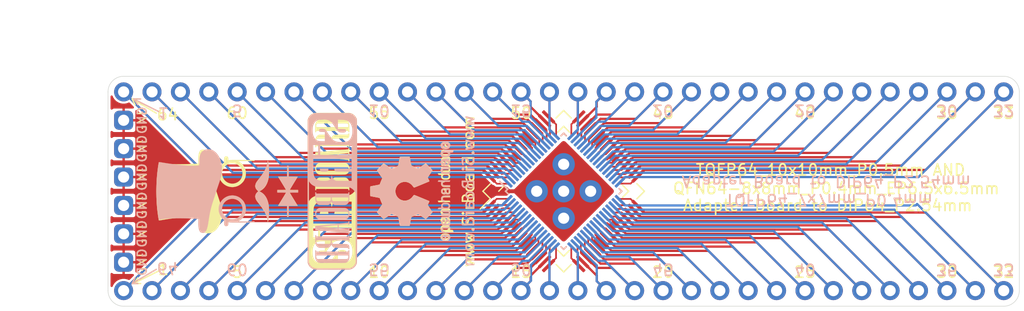
<source format=kicad_pcb>
(kicad_pcb (version 20171130) (host pcbnew "(5.1.2)-2")
  (layers (0 F.Cu signal) (31 B.Cu signal) (34 B.Paste user hide) (35 F.Paste user hide) (36 B.SilkS user) (37 F.SilkS user) (38 B.Mask user hide) (39 F.Mask user hide) (44 Edge.Cuts user))
  (net 0 "")
  (net 1 "Net-(J1-Pad32)")
  (net 2 "Net-(J1-Pad31)")
  (net 3 "Net-(J1-Pad30)")
  (net 4 "Net-(J1-Pad29)")
  (net 5 "Net-(J1-Pad28)")
  (net 6 "Net-(J1-Pad27)")
  (net 7 "Net-(J1-Pad26)")
  (net 8 "Net-(J1-Pad25)")
  (net 9 "Net-(J1-Pad24)")
  (net 10 "Net-(J1-Pad23)")
  (net 11 "Net-(J1-Pad22)")
  (net 12 "Net-(J1-Pad21)")
  (net 13 "Net-(J1-Pad20)")
  (net 14 "Net-(J1-Pad19)")
  (net 15 "Net-(J1-Pad18)")
  (net 16 "Net-(J1-Pad17)")
  (net 17 "Net-(J1-Pad16)")
  (net 18 "Net-(J1-Pad15)")
  (net 19 "Net-(J1-Pad14)")
  (net 20 "Net-(J1-Pad13)")
  (net 21 "Net-(J1-Pad12)")
  (net 22 "Net-(J1-Pad11)")
  (net 23 "Net-(J1-Pad10)")
  (net 24 "Net-(J1-Pad9)")
  (net 25 "Net-(J1-Pad8)")
  (net 26 "Net-(J1-Pad7)")
  (net 27 "Net-(J1-Pad6)")
  (net 28 "Net-(J1-Pad5)")
  (net 29 "Net-(J1-Pad4)")
  (net 30 "Net-(J1-Pad3)")
  (net 31 "Net-(J1-Pad2)")
  (net 32 "Net-(J1-Pad1)")
  (net 33 "Net-(J2-Pad64)")
  (net 34 "Net-(J2-Pad63)")
  (net 35 "Net-(J2-Pad62)")
  (net 36 "Net-(J2-Pad61)")
  (net 37 "Net-(J2-Pad60)")
  (net 38 "Net-(J2-Pad59)")
  (net 39 "Net-(J2-Pad58)")
  (net 40 "Net-(J2-Pad57)")
  (net 41 "Net-(J2-Pad56)")
  (net 42 "Net-(J2-Pad55)")
  (net 43 "Net-(J2-Pad54)")
  (net 44 "Net-(J2-Pad53)")
  (net 45 "Net-(J2-Pad52)")
  (net 46 "Net-(J2-Pad51)")
  (net 47 "Net-(J2-Pad50)")
  (net 48 "Net-(J2-Pad49)")
  (net 49 "Net-(J2-Pad48)")
  (net 50 "Net-(J2-Pad47)")
  (net 51 "Net-(J2-Pad46)")
  (net 52 "Net-(J2-Pad45)")
  (net 53 "Net-(J2-Pad44)")
  (net 54 "Net-(J2-Pad43)")
  (net 55 "Net-(J2-Pad42)")
  (net 56 "Net-(J2-Pad41)")
  (net 57 "Net-(J2-Pad40)")
  (net 58 "Net-(J2-Pad39)")
  (net 59 "Net-(J2-Pad38)")
  (net 60 "Net-(J2-Pad37)")
  (net 61 "Net-(J2-Pad36)")
  (net 62 "Net-(J2-Pad35)")
  (net 63 "Net-(J2-Pad34)")
  (net 64 "Net-(J2-Pad33)")
  (net 65 "Net-(J6-Pad1)")
  (module Connector_PinHeader_2.54mm:PinHeader_1x32_P2.54mm_Vertical (layer B.Cu) (at 121.031 116.84 270)
    (fp_text reference J5 hide)
    (fp_text value Conn_01x32)
    (pad 32 thru_hole oval (at 0 -78.74 270) (size 1.7 1.7) (drill 1) (layers *.Cu *.Mask) (net 64 "Net-(J2-Pad33)"))
    (pad 31 thru_hole oval (at 0 -76.2 270) (size 1.7 1.7) (drill 1) (layers *.Cu *.Mask) (net 63 "Net-(J2-Pad34)"))
    (pad 30 thru_hole oval (at 0 -73.66 270) (size 1.7 1.7) (drill 1) (layers *.Cu *.Mask) (net 62 "Net-(J2-Pad35)"))
    (pad 29 thru_hole oval (at 0 -71.12 270) (size 1.7 1.7) (drill 1) (layers *.Cu *.Mask) (net 61 "Net-(J2-Pad36)"))
    (pad 28 thru_hole oval (at 0 -68.58 270) (size 1.7 1.7) (drill 1) (layers *.Cu *.Mask) (net 60 "Net-(J2-Pad37)"))
    (pad 27 thru_hole oval (at 0 -66.04 270) (size 1.7 1.7) (drill 1) (layers *.Cu *.Mask) (net 59 "Net-(J2-Pad38)"))
    (pad 26 thru_hole oval (at 0 -63.5 270) (size 1.7 1.7) (drill 1) (layers *.Cu *.Mask) (net 58 "Net-(J2-Pad39)"))
    (pad 25 thru_hole oval (at 0 -60.96 270) (size 1.7 1.7) (drill 1) (layers *.Cu *.Mask) (net 57 "Net-(J2-Pad40)"))
    (pad 24 thru_hole oval (at 0 -58.42 270) (size 1.7 1.7) (drill 1) (layers *.Cu *.Mask) (net 56 "Net-(J2-Pad41)"))
    (pad 23 thru_hole oval (at 0 -55.88 270) (size 1.7 1.7) (drill 1) (layers *.Cu *.Mask) (net 55 "Net-(J2-Pad42)"))
    (pad 22 thru_hole oval (at 0 -53.34 270) (size 1.7 1.7) (drill 1) (layers *.Cu *.Mask) (net 54 "Net-(J2-Pad43)"))
    (pad 21 thru_hole oval (at 0 -50.8 270) (size 1.7 1.7) (drill 1) (layers *.Cu *.Mask) (net 53 "Net-(J2-Pad44)"))
    (pad 20 thru_hole oval (at 0 -48.26 270) (size 1.7 1.7) (drill 1) (layers *.Cu *.Mask) (net 52 "Net-(J2-Pad45)"))
    (pad 19 thru_hole oval (at 0 -45.72 270) (size 1.7 1.7) (drill 1) (layers *.Cu *.Mask) (net 51 "Net-(J2-Pad46)"))
    (pad 18 thru_hole oval (at 0 -43.18 270) (size 1.7 1.7) (drill 1) (layers *.Cu *.Mask) (net 50 "Net-(J2-Pad47)"))
    (pad 17 thru_hole oval (at 0 -40.64 270) (size 1.7 1.7) (drill 1) (layers *.Cu *.Mask) (net 49 "Net-(J2-Pad48)"))
    (pad 16 thru_hole oval (at 0 -38.1 270) (size 1.7 1.7) (drill 1) (layers *.Cu *.Mask) (net 48 "Net-(J2-Pad49)"))
    (pad 15 thru_hole oval (at 0 -35.56 270) (size 1.7 1.7) (drill 1) (layers *.Cu *.Mask) (net 47 "Net-(J2-Pad50)"))
    (pad 14 thru_hole oval (at 0 -33.02 270) (size 1.7 1.7) (drill 1) (layers *.Cu *.Mask) (net 46 "Net-(J2-Pad51)"))
    (pad 13 thru_hole oval (at 0 -30.48 270) (size 1.7 1.7) (drill 1) (layers *.Cu *.Mask) (net 45 "Net-(J2-Pad52)"))
    (pad 12 thru_hole oval (at 0 -27.94 270) (size 1.7 1.7) (drill 1) (layers *.Cu *.Mask) (net 44 "Net-(J2-Pad53)"))
    (pad 11 thru_hole oval (at 0 -25.4 270) (size 1.7 1.7) (drill 1) (layers *.Cu *.Mask) (net 43 "Net-(J2-Pad54)"))
    (pad 10 thru_hole oval (at 0 -22.86 270) (size 1.7 1.7) (drill 1) (layers *.Cu *.Mask) (net 42 "Net-(J2-Pad55)"))
    (pad 9 thru_hole oval (at 0 -20.32 270) (size 1.7 1.7) (drill 1) (layers *.Cu *.Mask) (net 41 "Net-(J2-Pad56)"))
    (pad 8 thru_hole oval (at 0 -17.78 270) (size 1.7 1.7) (drill 1) (layers *.Cu *.Mask) (net 40 "Net-(J2-Pad57)"))
    (pad 7 thru_hole oval (at 0 -15.24 270) (size 1.7 1.7) (drill 1) (layers *.Cu *.Mask) (net 39 "Net-(J2-Pad58)"))
    (pad 6 thru_hole oval (at 0 -12.7 270) (size 1.7 1.7) (drill 1) (layers *.Cu *.Mask) (net 38 "Net-(J2-Pad59)"))
    (pad 5 thru_hole oval (at 0 -10.16 270) (size 1.7 1.7) (drill 1) (layers *.Cu *.Mask) (net 37 "Net-(J2-Pad60)"))
    (pad 4 thru_hole oval (at 0 -7.62 270) (size 1.7 1.7) (drill 1) (layers *.Cu *.Mask) (net 36 "Net-(J2-Pad61)"))
    (pad 3 thru_hole oval (at 0 -5.08 270) (size 1.7 1.7) (drill 1) (layers *.Cu *.Mask) (net 35 "Net-(J2-Pad62)"))
    (pad 2 thru_hole oval (at 0 -2.54 270) (size 1.7 1.7) (drill 1) (layers *.Cu *.Mask) (net 34 "Net-(J2-Pad63)"))
    (pad 1 thru_hole circle (at 0 0 270) (size 1.7 1.7) (drill 1) (layers *.Cu *.Mask) (net 33 "Net-(J2-Pad64)"))
  )
  (module Symbol:OSHW-Logo2_9.8x8mm_SilkScreen (layer B.Cu) (at 146.812 125.73 270)
    (fp_text reference REF** hide)
    (fp_text value OSHW-Logo2_9.8x8mm_SilkScreen hide)
  )
  (module Symbol:OSHW-Logo2_9.8x8mm_SilkScreen (layer F.Cu) (at 146.812 125.73 90)
    (fp_text reference REF** hide)
    (fp_text value OSHW-Logo2_9.8x8mm_SilkScreen hide)
  )
  (module logo:logo126x178 (layer B.Cu) (at 130.302 125.73 270)
    (fp_text reference G*** hide)
    (fp_text value LOGO hide)
  )
  (module logo:SirBoard140x44 (layer B.Cu) (at 139.7 125.73 270)
    (fp_text reference G*** hide)
    (fp_text value LOGO hide)
  )
  (module logo:SirBoard140x44 (layer F.Cu) (at 139.7 125.73 90)
    (fp_text reference G*** hide)
    (fp_text value LOGO hide)
  )
  (module logo:logo126x178 (layer F.Cu) (at 130.302 125.73 90)
    (fp_text reference G*** hide)
    (fp_text value LOGO hide)
  )
  (module Package_QFP:TQFP-64_7x7mm_P0.4mm (layer B.Cu) (at 160.401 125.73 315)
    (fp_text reference J4 hide)
    (fp_text value Conn_02x32_Counter_Clockwise)
    (pad 64 smd rect (at -3 4.115 225) (size 1.13 0.25) (layers B.Cu B.Paste B.Mask) (net 32 "Net-(J1-Pad1)"))
    (pad 63 smd rect (at -2.6 4.115 225) (size 1.13 0.25) (layers B.Cu B.Paste B.Mask) (net 31 "Net-(J1-Pad2)"))
    (pad 62 smd rect (at -2.2 4.115 225) (size 1.13 0.25) (layers B.Cu B.Paste B.Mask) (net 30 "Net-(J1-Pad3)"))
    (pad 61 smd rect (at -1.8 4.115 225) (size 1.13 0.25) (layers B.Cu B.Paste B.Mask) (net 29 "Net-(J1-Pad4)"))
    (pad 60 smd rect (at -1.4 4.115 225) (size 1.13 0.25) (layers B.Cu B.Paste B.Mask) (net 28 "Net-(J1-Pad5)"))
    (pad 59 smd rect (at -1 4.115 225) (size 1.13 0.25) (layers B.Cu B.Paste B.Mask) (net 27 "Net-(J1-Pad6)"))
    (pad 58 smd rect (at -0.6 4.115 225) (size 1.13 0.25) (layers B.Cu B.Paste B.Mask) (net 26 "Net-(J1-Pad7)"))
    (pad 57 smd rect (at -0.2 4.115 225) (size 1.13 0.25) (layers B.Cu B.Paste B.Mask) (net 25 "Net-(J1-Pad8)"))
    (pad 56 smd rect (at 0.2 4.115 225) (size 1.13 0.25) (layers B.Cu B.Paste B.Mask) (net 24 "Net-(J1-Pad9)"))
    (pad 55 smd rect (at 0.6 4.115 225) (size 1.13 0.25) (layers B.Cu B.Paste B.Mask) (net 23 "Net-(J1-Pad10)"))
    (pad 54 smd rect (at 1 4.115 225) (size 1.13 0.25) (layers B.Cu B.Paste B.Mask) (net 22 "Net-(J1-Pad11)"))
    (pad 53 smd rect (at 1.4 4.115 225) (size 1.13 0.25) (layers B.Cu B.Paste B.Mask) (net 21 "Net-(J1-Pad12)"))
    (pad 52 smd rect (at 1.8 4.115 225) (size 1.13 0.25) (layers B.Cu B.Paste B.Mask) (net 20 "Net-(J1-Pad13)"))
    (pad 51 smd rect (at 2.2 4.115 225) (size 1.13 0.25) (layers B.Cu B.Paste B.Mask) (net 19 "Net-(J1-Pad14)"))
    (pad 50 smd rect (at 2.6 4.115 225) (size 1.13 0.25) (layers B.Cu B.Paste B.Mask) (net 18 "Net-(J1-Pad15)"))
    (pad 49 smd rect (at 3 4.115 225) (size 1.13 0.25) (layers B.Cu B.Paste B.Mask) (net 17 "Net-(J1-Pad16)"))
    (pad 48 smd rect (at 4.115 3 315) (size 1.13 0.25) (layers B.Cu B.Paste B.Mask) (net 16 "Net-(J1-Pad17)"))
    (pad 47 smd rect (at 4.115 2.6 315) (size 1.13 0.25) (layers B.Cu B.Paste B.Mask) (net 15 "Net-(J1-Pad18)"))
    (pad 46 smd rect (at 4.115 2.2 315) (size 1.13 0.25) (layers B.Cu B.Paste B.Mask) (net 14 "Net-(J1-Pad19)"))
    (pad 45 smd rect (at 4.115 1.8 315) (size 1.13 0.25) (layers B.Cu B.Paste B.Mask) (net 13 "Net-(J1-Pad20)"))
    (pad 44 smd rect (at 4.115 1.4 315) (size 1.13 0.25) (layers B.Cu B.Paste B.Mask) (net 12 "Net-(J1-Pad21)"))
    (pad 43 smd rect (at 4.115 1 315) (size 1.13 0.25) (layers B.Cu B.Paste B.Mask) (net 11 "Net-(J1-Pad22)"))
    (pad 42 smd rect (at 4.115 0.6 315) (size 1.13 0.25) (layers B.Cu B.Paste B.Mask) (net 10 "Net-(J1-Pad23)"))
    (pad 41 smd rect (at 4.115 0.2 315) (size 1.13 0.25) (layers B.Cu B.Paste B.Mask) (net 9 "Net-(J1-Pad24)"))
    (pad 40 smd rect (at 4.115 -0.2 315) (size 1.13 0.25) (layers B.Cu B.Paste B.Mask) (net 8 "Net-(J1-Pad25)"))
    (pad 39 smd rect (at 4.115 -0.6 315) (size 1.13 0.25) (layers B.Cu B.Paste B.Mask) (net 7 "Net-(J1-Pad26)"))
    (pad 38 smd rect (at 4.115 -1 315) (size 1.13 0.25) (layers B.Cu B.Paste B.Mask) (net 6 "Net-(J1-Pad27)"))
    (pad 37 smd rect (at 4.115 -1.4 315) (size 1.13 0.25) (layers B.Cu B.Paste B.Mask) (net 5 "Net-(J1-Pad28)"))
    (pad 36 smd rect (at 4.115 -1.8 315) (size 1.13 0.25) (layers B.Cu B.Paste B.Mask) (net 4 "Net-(J1-Pad29)"))
    (pad 35 smd rect (at 4.115 -2.2 315) (size 1.13 0.25) (layers B.Cu B.Paste B.Mask) (net 3 "Net-(J1-Pad30)"))
    (pad 34 smd rect (at 4.115 -2.6 315) (size 1.13 0.25) (layers B.Cu B.Paste B.Mask) (net 2 "Net-(J1-Pad31)"))
    (pad 33 smd rect (at 4.115 -3 315) (size 1.13 0.25) (layers B.Cu B.Paste B.Mask) (net 1 "Net-(J1-Pad32)"))
    (pad 32 smd rect (at 3 -4.115 225) (size 1.13 0.25) (layers B.Cu B.Paste B.Mask) (net 64 "Net-(J2-Pad33)"))
    (pad 31 smd rect (at 2.6 -4.115 225) (size 1.13 0.25) (layers B.Cu B.Paste B.Mask) (net 63 "Net-(J2-Pad34)"))
    (pad 30 smd rect (at 2.2 -4.115 225) (size 1.13 0.25) (layers B.Cu B.Paste B.Mask) (net 62 "Net-(J2-Pad35)"))
    (pad 29 smd rect (at 1.8 -4.115 225) (size 1.13 0.25) (layers B.Cu B.Paste B.Mask) (net 61 "Net-(J2-Pad36)"))
    (pad 28 smd rect (at 1.4 -4.115 225) (size 1.13 0.25) (layers B.Cu B.Paste B.Mask) (net 60 "Net-(J2-Pad37)"))
    (pad 27 smd rect (at 1 -4.115 225) (size 1.13 0.25) (layers B.Cu B.Paste B.Mask) (net 59 "Net-(J2-Pad38)"))
    (pad 26 smd rect (at 0.6 -4.115 225) (size 1.13 0.25) (layers B.Cu B.Paste B.Mask) (net 58 "Net-(J2-Pad39)"))
    (pad 25 smd rect (at 0.2 -4.115 225) (size 1.13 0.25) (layers B.Cu B.Paste B.Mask) (net 57 "Net-(J2-Pad40)"))
    (pad 24 smd rect (at -0.2 -4.115 225) (size 1.13 0.25) (layers B.Cu B.Paste B.Mask) (net 56 "Net-(J2-Pad41)"))
    (pad 23 smd rect (at -0.6 -4.115 225) (size 1.13 0.25) (layers B.Cu B.Paste B.Mask) (net 55 "Net-(J2-Pad42)"))
    (pad 22 smd rect (at -1 -4.115 225) (size 1.13 0.25) (layers B.Cu B.Paste B.Mask) (net 54 "Net-(J2-Pad43)"))
    (pad 21 smd rect (at -1.4 -4.115 225) (size 1.13 0.25) (layers B.Cu B.Paste B.Mask) (net 53 "Net-(J2-Pad44)"))
    (pad 20 smd rect (at -1.8 -4.115 225) (size 1.13 0.25) (layers B.Cu B.Paste B.Mask) (net 52 "Net-(J2-Pad45)"))
    (pad 19 smd rect (at -2.2 -4.115 225) (size 1.13 0.25) (layers B.Cu B.Paste B.Mask) (net 51 "Net-(J2-Pad46)"))
    (pad 18 smd rect (at -2.6 -4.115 225) (size 1.13 0.25) (layers B.Cu B.Paste B.Mask) (net 50 "Net-(J2-Pad47)"))
    (pad 17 smd rect (at -3 -4.115 225) (size 1.13 0.25) (layers B.Cu B.Paste B.Mask) (net 49 "Net-(J2-Pad48)"))
    (pad 16 smd rect (at -4.115 -3 315) (size 1.13 0.25) (layers B.Cu B.Paste B.Mask) (net 48 "Net-(J2-Pad49)"))
    (pad 15 smd rect (at -4.115 -2.6 315) (size 1.13 0.25) (layers B.Cu B.Paste B.Mask) (net 47 "Net-(J2-Pad50)"))
    (pad 14 smd rect (at -4.115 -2.2 315) (size 1.13 0.25) (layers B.Cu B.Paste B.Mask) (net 46 "Net-(J2-Pad51)"))
    (pad 13 smd rect (at -4.115 -1.8 315) (size 1.13 0.25) (layers B.Cu B.Paste B.Mask) (net 45 "Net-(J2-Pad52)"))
    (pad 12 smd rect (at -4.115 -1.4 315) (size 1.13 0.25) (layers B.Cu B.Paste B.Mask) (net 44 "Net-(J2-Pad53)"))
    (pad 11 smd rect (at -4.115 -1 315) (size 1.13 0.25) (layers B.Cu B.Paste B.Mask) (net 43 "Net-(J2-Pad54)"))
    (pad 10 smd rect (at -4.115 -0.6 315) (size 1.13 0.25) (layers B.Cu B.Paste B.Mask) (net 42 "Net-(J2-Pad55)"))
    (pad 9 smd rect (at -4.115 -0.2 315) (size 1.13 0.25) (layers B.Cu B.Paste B.Mask) (net 41 "Net-(J2-Pad56)"))
    (pad 8 smd rect (at -4.115 0.2 315) (size 1.13 0.25) (layers B.Cu B.Paste B.Mask) (net 40 "Net-(J2-Pad57)"))
    (pad 7 smd rect (at -4.115 0.6 315) (size 1.13 0.25) (layers B.Cu B.Paste B.Mask) (net 39 "Net-(J2-Pad58)"))
    (pad 6 smd rect (at -4.115 1 315) (size 1.13 0.25) (layers B.Cu B.Paste B.Mask) (net 38 "Net-(J2-Pad59)"))
    (pad 5 smd rect (at -4.115 1.4 315) (size 1.13 0.25) (layers B.Cu B.Paste B.Mask) (net 37 "Net-(J2-Pad60)"))
    (pad 4 smd rect (at -4.115 1.8 315) (size 1.13 0.25) (layers B.Cu B.Paste B.Mask) (net 36 "Net-(J2-Pad61)"))
    (pad 3 smd rect (at -4.115 2.2 315) (size 1.13 0.25) (layers B.Cu B.Paste B.Mask) (net 35 "Net-(J2-Pad62)"))
    (pad 2 smd rect (at -4.115 2.6 315) (size 1.13 0.25) (layers B.Cu B.Paste B.Mask) (net 34 "Net-(J2-Pad63)"))
    (pad 1 smd rect (at -4.115 3 315) (size 1.13 0.25) (layers B.Cu B.Paste B.Mask) (net 33 "Net-(J2-Pad64)"))
  )
  (module Package_QFP:TQFP-64_10x10mm_P0.5mm (layer F.Cu) (at 160.401 125.73 45)
    (fp_text reference J2 hide)
    (fp_text value Conn_02x32_Counter_Clockwise)
    (pad 64 smd roundrect (at -3.75 -5.6625 45) (size 0.3 1.475) (layers F.Cu F.Paste F.Mask) (net 33 "Net-(J2-Pad64)"))
    (pad 63 smd roundrect (at -3.25 -5.6625 45) (size 0.3 1.475) (layers F.Cu F.Paste F.Mask) (net 34 "Net-(J2-Pad63)"))
    (pad 62 smd roundrect (at -2.75 -5.6625 45) (size 0.3 1.475) (layers F.Cu F.Paste F.Mask) (net 35 "Net-(J2-Pad62)"))
    (pad 61 smd roundrect (at -2.25 -5.6625 45) (size 0.3 1.475) (layers F.Cu F.Paste F.Mask) (net 36 "Net-(J2-Pad61)"))
    (pad 60 smd roundrect (at -1.75 -5.6625 45) (size 0.3 1.475) (layers F.Cu F.Paste F.Mask) (net 37 "Net-(J2-Pad60)"))
    (pad 59 smd roundrect (at -1.25 -5.6625 45) (size 0.3 1.475) (layers F.Cu F.Paste F.Mask) (net 38 "Net-(J2-Pad59)"))
    (pad 58 smd roundrect (at -0.75 -5.6625 45) (size 0.3 1.475) (layers F.Cu F.Paste F.Mask) (net 39 "Net-(J2-Pad58)"))
    (pad 57 smd roundrect (at -0.25 -5.6625 45) (size 0.3 1.475) (layers F.Cu F.Paste F.Mask) (net 40 "Net-(J2-Pad57)"))
    (pad 56 smd roundrect (at 0.25 -5.6625 45) (size 0.3 1.475) (layers F.Cu F.Paste F.Mask) (net 41 "Net-(J2-Pad56)"))
    (pad 55 smd roundrect (at 0.75 -5.6625 45) (size 0.3 1.475) (layers F.Cu F.Paste F.Mask) (net 42 "Net-(J2-Pad55)"))
    (pad 54 smd roundrect (at 1.25 -5.6625 45) (size 0.3 1.475) (layers F.Cu F.Paste F.Mask) (net 43 "Net-(J2-Pad54)"))
    (pad 53 smd roundrect (at 1.75 -5.6625 45) (size 0.3 1.475) (layers F.Cu F.Paste F.Mask) (net 44 "Net-(J2-Pad53)"))
    (pad 52 smd roundrect (at 2.25 -5.6625 45) (size 0.3 1.475) (layers F.Cu F.Paste F.Mask) (net 45 "Net-(J2-Pad52)"))
    (pad 51 smd roundrect (at 2.75 -5.6625 45) (size 0.3 1.475) (layers F.Cu F.Paste F.Mask) (net 46 "Net-(J2-Pad51)"))
    (pad 50 smd roundrect (at 3.25 -5.6625 45) (size 0.3 1.475) (layers F.Cu F.Paste F.Mask) (net 47 "Net-(J2-Pad50)"))
    (pad 49 smd roundrect (at 3.75 -5.6625 45) (size 0.3 1.475) (layers F.Cu F.Paste F.Mask) (net 48 "Net-(J2-Pad49)"))
    (pad 48 smd roundrect (at 5.6625 -3.75 45) (size 1.475 0.3) (layers F.Cu F.Paste F.Mask) (net 49 "Net-(J2-Pad48)"))
    (pad 47 smd roundrect (at 5.6625 -3.25 45) (size 1.475 0.3) (layers F.Cu F.Paste F.Mask) (net 50 "Net-(J2-Pad47)"))
    (pad 46 smd roundrect (at 5.6625 -2.75 45) (size 1.475 0.3) (layers F.Cu F.Paste F.Mask) (net 51 "Net-(J2-Pad46)"))
    (pad 45 smd roundrect (at 5.6625 -2.25 45) (size 1.475 0.3) (layers F.Cu F.Paste F.Mask) (net 52 "Net-(J2-Pad45)"))
    (pad 44 smd roundrect (at 5.6625 -1.75 45) (size 1.475 0.3) (layers F.Cu F.Paste F.Mask) (net 53 "Net-(J2-Pad44)"))
    (pad 43 smd roundrect (at 5.6625 -1.25 45) (size 1.475 0.3) (layers F.Cu F.Paste F.Mask) (net 54 "Net-(J2-Pad43)"))
    (pad 42 smd roundrect (at 5.6625 -0.75 45) (size 1.475 0.3) (layers F.Cu F.Paste F.Mask) (net 55 "Net-(J2-Pad42)"))
    (pad 41 smd roundrect (at 5.6625 -0.25 45) (size 1.475 0.3) (layers F.Cu F.Paste F.Mask) (net 56 "Net-(J2-Pad41)"))
    (pad 40 smd roundrect (at 5.6625 0.25 45) (size 1.475 0.3) (layers F.Cu F.Paste F.Mask) (net 57 "Net-(J2-Pad40)"))
    (pad 39 smd roundrect (at 5.6625 0.75 45) (size 1.475 0.3) (layers F.Cu F.Paste F.Mask) (net 58 "Net-(J2-Pad39)"))
    (pad 38 smd roundrect (at 5.6625 1.25 45) (size 1.475 0.3) (layers F.Cu F.Paste F.Mask) (net 59 "Net-(J2-Pad38)"))
    (pad 37 smd roundrect (at 5.6625 1.75 45) (size 1.475 0.3) (layers F.Cu F.Paste F.Mask) (net 60 "Net-(J2-Pad37)"))
    (pad 36 smd roundrect (at 5.6625 2.25 45) (size 1.475 0.3) (layers F.Cu F.Paste F.Mask) (net 61 "Net-(J2-Pad36)"))
    (pad 35 smd roundrect (at 5.6625 2.75 45) (size 1.475 0.3) (layers F.Cu F.Paste F.Mask) (net 62 "Net-(J2-Pad35)"))
    (pad 34 smd roundrect (at 5.6625 3.25 45) (size 1.475 0.3) (layers F.Cu F.Paste F.Mask) (net 63 "Net-(J2-Pad34)"))
    (pad 33 smd roundrect (at 5.6625 3.75 45) (size 1.475 0.3) (layers F.Cu F.Paste F.Mask) (net 64 "Net-(J2-Pad33)"))
    (pad 32 smd roundrect (at 3.75 5.6625 45) (size 0.3 1.475) (layers F.Cu F.Paste F.Mask) (net 1 "Net-(J1-Pad32)"))
    (pad 31 smd roundrect (at 3.25 5.6625 45) (size 0.3 1.475) (layers F.Cu F.Paste F.Mask) (net 2 "Net-(J1-Pad31)"))
    (pad 30 smd roundrect (at 2.75 5.6625 45) (size 0.3 1.475) (layers F.Cu F.Paste F.Mask) (net 3 "Net-(J1-Pad30)"))
    (pad 29 smd roundrect (at 2.25 5.6625 45) (size 0.3 1.475) (layers F.Cu F.Paste F.Mask) (net 4 "Net-(J1-Pad29)"))
    (pad 28 smd roundrect (at 1.75 5.6625 45) (size 0.3 1.475) (layers F.Cu F.Paste F.Mask) (net 5 "Net-(J1-Pad28)"))
    (pad 27 smd roundrect (at 1.25 5.6625 45) (size 0.3 1.475) (layers F.Cu F.Paste F.Mask) (net 6 "Net-(J1-Pad27)"))
    (pad 26 smd roundrect (at 0.75 5.6625 45) (size 0.3 1.475) (layers F.Cu F.Paste F.Mask) (net 7 "Net-(J1-Pad26)"))
    (pad 25 smd roundrect (at 0.25 5.6625 45) (size 0.3 1.475) (layers F.Cu F.Paste F.Mask) (net 8 "Net-(J1-Pad25)"))
    (pad 24 smd roundrect (at -0.25 5.6625 45) (size 0.3 1.475) (layers F.Cu F.Paste F.Mask) (net 9 "Net-(J1-Pad24)"))
    (pad 23 smd roundrect (at -0.75 5.6625 45) (size 0.3 1.475) (layers F.Cu F.Paste F.Mask) (net 10 "Net-(J1-Pad23)"))
    (pad 22 smd roundrect (at -1.25 5.6625 45) (size 0.3 1.475) (layers F.Cu F.Paste F.Mask) (net 11 "Net-(J1-Pad22)"))
    (pad 21 smd roundrect (at -1.75 5.6625 45) (size 0.3 1.475) (layers F.Cu F.Paste F.Mask) (net 12 "Net-(J1-Pad21)"))
    (pad 20 smd roundrect (at -2.25 5.6625 45) (size 0.3 1.475) (layers F.Cu F.Paste F.Mask) (net 13 "Net-(J1-Pad20)"))
    (pad 19 smd roundrect (at -2.75 5.6625 45) (size 0.3 1.475) (layers F.Cu F.Paste F.Mask) (net 14 "Net-(J1-Pad19)"))
    (pad 18 smd roundrect (at -3.25 5.6625 45) (size 0.3 1.475) (layers F.Cu F.Paste F.Mask) (net 15 "Net-(J1-Pad18)"))
    (pad 17 smd roundrect (at -3.75 5.6625 45) (size 0.3 1.475) (layers F.Cu F.Paste F.Mask) (net 16 "Net-(J1-Pad17)"))
    (pad 16 smd roundrect (at -5.6625 3.75 45) (size 1.475 0.3) (layers F.Cu F.Paste F.Mask) (net 17 "Net-(J1-Pad16)"))
    (pad 15 smd roundrect (at -5.6625 3.25 45) (size 1.475 0.3) (layers F.Cu F.Paste F.Mask) (net 18 "Net-(J1-Pad15)"))
    (pad 14 smd roundrect (at -5.6625 2.75 45) (size 1.475 0.3) (layers F.Cu F.Paste F.Mask) (net 19 "Net-(J1-Pad14)"))
    (pad 13 smd roundrect (at -5.6625 2.25 45) (size 1.475 0.3) (layers F.Cu F.Paste F.Mask) (net 20 "Net-(J1-Pad13)"))
    (pad 12 smd roundrect (at -5.6625 1.75 45) (size 1.475 0.3) (layers F.Cu F.Paste F.Mask) (net 21 "Net-(J1-Pad12)"))
    (pad 11 smd roundrect (at -5.6625 1.25 45) (size 1.475 0.3) (layers F.Cu F.Paste F.Mask) (net 22 "Net-(J1-Pad11)"))
    (pad 10 smd roundrect (at -5.6625 0.75 45) (size 1.475 0.3) (layers F.Cu F.Paste F.Mask) (net 23 "Net-(J1-Pad10)"))
    (pad 9 smd roundrect (at -5.6625 0.25 45) (size 1.475 0.3) (layers F.Cu F.Paste F.Mask) (net 24 "Net-(J1-Pad9)"))
    (pad 8 smd roundrect (at -5.6625 -0.25 45) (size 1.475 0.3) (layers F.Cu F.Paste F.Mask) (net 25 "Net-(J1-Pad8)"))
    (pad 7 smd roundrect (at -5.6625 -0.75 45) (size 1.475 0.3) (layers F.Cu F.Paste F.Mask) (net 26 "Net-(J1-Pad7)"))
    (pad 6 smd roundrect (at -5.6625 -1.25 45) (size 1.475 0.3) (layers F.Cu F.Paste F.Mask) (net 27 "Net-(J1-Pad6)"))
    (pad 5 smd roundrect (at -5.6625 -1.75 45) (size 1.475 0.3) (layers F.Cu F.Paste F.Mask) (net 28 "Net-(J1-Pad5)"))
    (pad 4 smd roundrect (at -5.6625 -2.25 45) (size 1.475 0.3) (layers F.Cu F.Paste F.Mask) (net 29 "Net-(J1-Pad4)"))
    (pad 3 smd roundrect (at -5.6625 -2.75 45) (size 1.475 0.3) (layers F.Cu F.Paste F.Mask) (net 30 "Net-(J1-Pad3)"))
    (pad 2 smd roundrect (at -5.6625 -3.25 45) (size 1.475 0.3) (layers F.Cu F.Paste F.Mask) (net 31 "Net-(J1-Pad2)"))
    (pad 1 smd roundrect (at -5.6625 -3.75 45) (size 1.475 0.3) (layers F.Cu F.Paste F.Mask) (net 32 "Net-(J1-Pad1)"))
  )
  (module Package_DFN_QFN:QFN-64-1EP_8x8mm_P0.4mm_EP6.5x6.5mm (layer F.Cu) (at 160.401 125.73 45)
    (fp_text reference J3 hide)
    (fp_text value Conn_02x32_Counter_Clockwise)
    (pad 64 smd roundrect (at -3 -3.95 45) (size 0.2 0.8) (layers F.Cu F.Paste F.Mask) (net 33 "Net-(J2-Pad64)"))
    (pad 63 smd roundrect (at -2.6 -3.95 45) (size 0.2 0.8) (layers F.Cu F.Paste F.Mask) (net 34 "Net-(J2-Pad63)"))
    (pad 62 smd roundrect (at -2.2 -3.95 45) (size 0.2 0.8) (layers F.Cu F.Paste F.Mask) (net 35 "Net-(J2-Pad62)"))
    (pad 61 smd roundrect (at -1.8 -3.95 45) (size 0.2 0.8) (layers F.Cu F.Paste F.Mask) (net 36 "Net-(J2-Pad61)"))
    (pad 60 smd roundrect (at -1.4 -3.95 45) (size 0.2 0.8) (layers F.Cu F.Paste F.Mask) (net 37 "Net-(J2-Pad60)"))
    (pad 59 smd roundrect (at -1 -3.95 45) (size 0.2 0.8) (layers F.Cu F.Paste F.Mask) (net 38 "Net-(J2-Pad59)"))
    (pad 58 smd roundrect (at -0.6 -3.95 45) (size 0.2 0.8) (layers F.Cu F.Paste F.Mask) (net 39 "Net-(J2-Pad58)"))
    (pad 57 smd roundrect (at -0.2 -3.95 45) (size 0.2 0.8) (layers F.Cu F.Paste F.Mask) (net 40 "Net-(J2-Pad57)"))
    (pad 56 smd roundrect (at 0.2 -3.95 45) (size 0.2 0.8) (layers F.Cu F.Paste F.Mask) (net 41 "Net-(J2-Pad56)"))
    (pad 55 smd roundrect (at 0.6 -3.95 45) (size 0.2 0.8) (layers F.Cu F.Paste F.Mask) (net 42 "Net-(J2-Pad55)"))
    (pad 54 smd roundrect (at 1 -3.95 45) (size 0.2 0.8) (layers F.Cu F.Paste F.Mask) (net 43 "Net-(J2-Pad54)"))
    (pad 53 smd roundrect (at 1.4 -3.95 45) (size 0.2 0.8) (layers F.Cu F.Paste F.Mask) (net 44 "Net-(J2-Pad53)"))
    (pad 52 smd roundrect (at 1.8 -3.95 45) (size 0.2 0.8) (layers F.Cu F.Paste F.Mask) (net 45 "Net-(J2-Pad52)"))
    (pad 51 smd roundrect (at 2.2 -3.95 45) (size 0.2 0.8) (layers F.Cu F.Paste F.Mask) (net 46 "Net-(J2-Pad51)"))
    (pad 50 smd roundrect (at 2.6 -3.95 45) (size 0.2 0.8) (layers F.Cu F.Paste F.Mask) (net 47 "Net-(J2-Pad50)"))
    (pad 49 smd roundrect (at 3 -3.95 45) (size 0.2 0.8) (layers F.Cu F.Paste F.Mask) (net 48 "Net-(J2-Pad49)"))
    (pad 48 smd roundrect (at 3.95 -3 45) (size 0.8 0.2) (layers F.Cu F.Paste F.Mask) (net 49 "Net-(J2-Pad48)"))
    (pad 47 smd roundrect (at 3.95 -2.6 45) (size 0.8 0.2) (layers F.Cu F.Paste F.Mask) (net 50 "Net-(J2-Pad47)"))
    (pad 46 smd roundrect (at 3.95 -2.2 45) (size 0.8 0.2) (layers F.Cu F.Paste F.Mask) (net 51 "Net-(J2-Pad46)"))
    (pad 45 smd roundrect (at 3.95 -1.8 45) (size 0.8 0.2) (layers F.Cu F.Paste F.Mask) (net 52 "Net-(J2-Pad45)"))
    (pad 44 smd roundrect (at 3.95 -1.4 45) (size 0.8 0.2) (layers F.Cu F.Paste F.Mask) (net 53 "Net-(J2-Pad44)"))
    (pad 43 smd roundrect (at 3.95 -1 45) (size 0.8 0.2) (layers F.Cu F.Paste F.Mask) (net 54 "Net-(J2-Pad43)"))
    (pad 42 smd roundrect (at 3.95 -0.6 45) (size 0.8 0.2) (layers F.Cu F.Paste F.Mask) (net 55 "Net-(J2-Pad42)"))
    (pad 41 smd roundrect (at 3.95 -0.2 45) (size 0.8 0.2) (layers F.Cu F.Paste F.Mask) (net 56 "Net-(J2-Pad41)"))
    (pad 40 smd roundrect (at 3.95 0.2 45) (size 0.8 0.2) (layers F.Cu F.Paste F.Mask) (net 57 "Net-(J2-Pad40)"))
    (pad 39 smd roundrect (at 3.95 0.6 45) (size 0.8 0.2) (layers F.Cu F.Paste F.Mask) (net 58 "Net-(J2-Pad39)"))
    (pad 38 smd roundrect (at 3.95 1 45) (size 0.8 0.2) (layers F.Cu F.Paste F.Mask) (net 59 "Net-(J2-Pad38)"))
    (pad 37 smd roundrect (at 3.95 1.4 45) (size 0.8 0.2) (layers F.Cu F.Paste F.Mask) (net 60 "Net-(J2-Pad37)"))
    (pad 36 smd roundrect (at 3.95 1.8 45) (size 0.8 0.2) (layers F.Cu F.Paste F.Mask) (net 61 "Net-(J2-Pad36)"))
    (pad 35 smd roundrect (at 3.95 2.2 45) (size 0.8 0.2) (layers F.Cu F.Paste F.Mask) (net 62 "Net-(J2-Pad35)"))
    (pad 34 smd roundrect (at 3.95 2.6 45) (size 0.8 0.2) (layers F.Cu F.Paste F.Mask) (net 63 "Net-(J2-Pad34)"))
    (pad 33 smd roundrect (at 3.95 3 45) (size 0.8 0.2) (layers F.Cu F.Paste F.Mask) (net 64 "Net-(J2-Pad33)"))
    (pad 32 smd roundrect (at 3 3.95 45) (size 0.2 0.8) (layers F.Cu F.Paste F.Mask) (net 1 "Net-(J1-Pad32)"))
    (pad 31 smd roundrect (at 2.6 3.95 45) (size 0.2 0.8) (layers F.Cu F.Paste F.Mask) (net 2 "Net-(J1-Pad31)"))
    (pad 30 smd roundrect (at 2.2 3.95 45) (size 0.2 0.8) (layers F.Cu F.Paste F.Mask) (net 3 "Net-(J1-Pad30)"))
    (pad 29 smd roundrect (at 1.8 3.95 45) (size 0.2 0.8) (layers F.Cu F.Paste F.Mask) (net 4 "Net-(J1-Pad29)"))
    (pad 28 smd roundrect (at 1.4 3.95 45) (size 0.2 0.8) (layers F.Cu F.Paste F.Mask) (net 5 "Net-(J1-Pad28)"))
    (pad 27 smd roundrect (at 1 3.95 45) (size 0.2 0.8) (layers F.Cu F.Paste F.Mask) (net 6 "Net-(J1-Pad27)"))
    (pad 26 smd roundrect (at 0.6 3.95 45) (size 0.2 0.8) (layers F.Cu F.Paste F.Mask) (net 7 "Net-(J1-Pad26)"))
    (pad 25 smd roundrect (at 0.2 3.95 45) (size 0.2 0.8) (layers F.Cu F.Paste F.Mask) (net 8 "Net-(J1-Pad25)"))
    (pad 24 smd roundrect (at -0.2 3.95 45) (size 0.2 0.8) (layers F.Cu F.Paste F.Mask) (net 9 "Net-(J1-Pad24)"))
    (pad 23 smd roundrect (at -0.6 3.95 45) (size 0.2 0.8) (layers F.Cu F.Paste F.Mask) (net 10 "Net-(J1-Pad23)"))
    (pad 22 smd roundrect (at -1 3.95 45) (size 0.2 0.8) (layers F.Cu F.Paste F.Mask) (net 11 "Net-(J1-Pad22)"))
    (pad 21 smd roundrect (at -1.4 3.95 45) (size 0.2 0.8) (layers F.Cu F.Paste F.Mask) (net 12 "Net-(J1-Pad21)"))
    (pad 20 smd roundrect (at -1.8 3.95 45) (size 0.2 0.8) (layers F.Cu F.Paste F.Mask) (net 13 "Net-(J1-Pad20)"))
    (pad 19 smd roundrect (at -2.2 3.95 45) (size 0.2 0.8) (layers F.Cu F.Paste F.Mask) (net 14 "Net-(J1-Pad19)"))
    (pad 18 smd roundrect (at -2.6 3.95 45) (size 0.2 0.8) (layers F.Cu F.Paste F.Mask) (net 15 "Net-(J1-Pad18)"))
    (pad 17 smd roundrect (at -3 3.95 45) (size 0.2 0.8) (layers F.Cu F.Paste F.Mask) (net 16 "Net-(J1-Pad17)"))
    (pad 16 smd roundrect (at -3.95 3 45) (size 0.8 0.2) (layers F.Cu F.Paste F.Mask) (net 17 "Net-(J1-Pad16)"))
    (pad 15 smd roundrect (at -3.95 2.6 45) (size 0.8 0.2) (layers F.Cu F.Paste F.Mask) (net 18 "Net-(J1-Pad15)"))
    (pad 14 smd roundrect (at -3.95 2.2 45) (size 0.8 0.2) (layers F.Cu F.Paste F.Mask) (net 19 "Net-(J1-Pad14)"))
    (pad 13 smd roundrect (at -3.95 1.8 45) (size 0.8 0.2) (layers F.Cu F.Paste F.Mask) (net 20 "Net-(J1-Pad13)"))
    (pad 12 smd roundrect (at -3.95 1.4 45) (size 0.8 0.2) (layers F.Cu F.Paste F.Mask) (net 21 "Net-(J1-Pad12)"))
    (pad 11 smd roundrect (at -3.95 1 45) (size 0.8 0.2) (layers F.Cu F.Paste F.Mask) (net 22 "Net-(J1-Pad11)"))
    (pad 10 smd roundrect (at -3.95 0.6 45) (size 0.8 0.2) (layers F.Cu F.Paste F.Mask) (net 23 "Net-(J1-Pad10)"))
    (pad 9 smd roundrect (at -3.95 0.2 45) (size 0.8 0.2) (layers F.Cu F.Paste F.Mask) (net 24 "Net-(J1-Pad9)"))
    (pad 8 smd roundrect (at -3.95 -0.2 45) (size 0.8 0.2) (layers F.Cu F.Paste F.Mask) (net 25 "Net-(J1-Pad8)"))
    (pad 7 smd roundrect (at -3.95 -0.6 45) (size 0.8 0.2) (layers F.Cu F.Paste F.Mask) (net 26 "Net-(J1-Pad7)"))
    (pad 6 smd roundrect (at -3.95 -1 45) (size 0.8 0.2) (layers F.Cu F.Paste F.Mask) (net 27 "Net-(J1-Pad6)"))
    (pad 5 smd roundrect (at -3.95 -1.4 45) (size 0.8 0.2) (layers F.Cu F.Paste F.Mask) (net 28 "Net-(J1-Pad5)"))
    (pad 4 smd roundrect (at -3.95 -1.8 45) (size 0.8 0.2) (layers F.Cu F.Paste F.Mask) (net 29 "Net-(J1-Pad4)"))
    (pad 3 smd roundrect (at -3.95 -2.2 45) (size 0.8 0.2) (layers F.Cu F.Paste F.Mask) (net 30 "Net-(J1-Pad3)"))
    (pad 2 smd roundrect (at -3.95 -2.6 45) (size 0.8 0.2) (layers F.Cu F.Paste F.Mask) (net 31 "Net-(J1-Pad2)"))
    (pad 1 smd roundrect (at -3.95 -3 45) (size 0.8 0.2) (layers F.Cu F.Paste F.Mask) (net 32 "Net-(J1-Pad1)"))
    (pad 65 smd roundrect (at 0 0 45) (size 6.5 6.5) (layers F.Cu F.Mask) (roundrect_rratio 0.038) (net 65 "Net-(J6-Pad1)"))
  )
  (module Connector_PinHeader_2.54mm:PinHeader_1x06_P2.54mm_Vertical (layer B.Cu) (at 121.031 132.08)
    (fp_text reference J6 hide)
    (fp_text value Conn_01x06)
    (pad 6 thru_hole roundrect (at 0 -12.7) (size 1.7 1.7) (drill 1) (layers *.Cu *.Mask) (net 65 "Net-(J6-Pad1)"))
    (pad 5 thru_hole roundrect (at 0 -10.16) (size 1.7 1.7) (drill 1) (layers *.Cu *.Mask) (net 65 "Net-(J6-Pad1)"))
    (pad 4 thru_hole roundrect (at 0 -7.62) (size 1.7 1.7) (drill 1) (layers *.Cu *.Mask) (net 65 "Net-(J6-Pad1)"))
    (pad 3 thru_hole roundrect (at 0 -5.08) (size 1.7 1.7) (drill 1) (layers *.Cu *.Mask) (net 65 "Net-(J6-Pad1)"))
    (pad 2 thru_hole roundrect (at 0 -2.54) (size 1.7 1.7) (drill 1) (layers *.Cu *.Mask) (net 65 "Net-(J6-Pad1)"))
    (pad 1 thru_hole roundrect (at 0 0) (size 1.7 1.7) (drill 1) (layers *.Cu *.Mask) (net 65 "Net-(J6-Pad1)"))
  )
  (module Connector_PinHeader_2.54mm:PinHeader_1x32_P2.54mm_Vertical (layer B.Cu) (at 121.031 134.62 270)
    (fp_text reference J1 hide)
    (fp_text value Conn_01x32)
    (pad 32 thru_hole oval (at 0 -78.74 270) (size 1.7 1.7) (drill 1) (layers *.Cu *.Mask) (net 1 "Net-(J1-Pad32)"))
    (pad 31 thru_hole oval (at 0 -76.2 270) (size 1.7 1.7) (drill 1) (layers *.Cu *.Mask) (net 2 "Net-(J1-Pad31)"))
    (pad 30 thru_hole oval (at 0 -73.66 270) (size 1.7 1.7) (drill 1) (layers *.Cu *.Mask) (net 3 "Net-(J1-Pad30)"))
    (pad 29 thru_hole oval (at 0 -71.12 270) (size 1.7 1.7) (drill 1) (layers *.Cu *.Mask) (net 4 "Net-(J1-Pad29)"))
    (pad 28 thru_hole oval (at 0 -68.58 270) (size 1.7 1.7) (drill 1) (layers *.Cu *.Mask) (net 5 "Net-(J1-Pad28)"))
    (pad 27 thru_hole oval (at 0 -66.04 270) (size 1.7 1.7) (drill 1) (layers *.Cu *.Mask) (net 6 "Net-(J1-Pad27)"))
    (pad 26 thru_hole oval (at 0 -63.5 270) (size 1.7 1.7) (drill 1) (layers *.Cu *.Mask) (net 7 "Net-(J1-Pad26)"))
    (pad 25 thru_hole oval (at 0 -60.96 270) (size 1.7 1.7) (drill 1) (layers *.Cu *.Mask) (net 8 "Net-(J1-Pad25)"))
    (pad 24 thru_hole oval (at 0 -58.42 270) (size 1.7 1.7) (drill 1) (layers *.Cu *.Mask) (net 9 "Net-(J1-Pad24)"))
    (pad 23 thru_hole oval (at 0 -55.88 270) (size 1.7 1.7) (drill 1) (layers *.Cu *.Mask) (net 10 "Net-(J1-Pad23)"))
    (pad 22 thru_hole oval (at 0 -53.34 270) (size 1.7 1.7) (drill 1) (layers *.Cu *.Mask) (net 11 "Net-(J1-Pad22)"))
    (pad 21 thru_hole oval (at 0 -50.8 270) (size 1.7 1.7) (drill 1) (layers *.Cu *.Mask) (net 12 "Net-(J1-Pad21)"))
    (pad 20 thru_hole oval (at 0 -48.26 270) (size 1.7 1.7) (drill 1) (layers *.Cu *.Mask) (net 13 "Net-(J1-Pad20)"))
    (pad 19 thru_hole oval (at 0 -45.72 270) (size 1.7 1.7) (drill 1) (layers *.Cu *.Mask) (net 14 "Net-(J1-Pad19)"))
    (pad 18 thru_hole oval (at 0 -43.18 270) (size 1.7 1.7) (drill 1) (layers *.Cu *.Mask) (net 15 "Net-(J1-Pad18)"))
    (pad 17 thru_hole oval (at 0 -40.64 270) (size 1.7 1.7) (drill 1) (layers *.Cu *.Mask) (net 16 "Net-(J1-Pad17)"))
    (pad 16 thru_hole oval (at 0 -38.1 270) (size 1.7 1.7) (drill 1) (layers *.Cu *.Mask) (net 17 "Net-(J1-Pad16)"))
    (pad 15 thru_hole oval (at 0 -35.56 270) (size 1.7 1.7) (drill 1) (layers *.Cu *.Mask) (net 18 "Net-(J1-Pad15)"))
    (pad 14 thru_hole oval (at 0 -33.02 270) (size 1.7 1.7) (drill 1) (layers *.Cu *.Mask) (net 19 "Net-(J1-Pad14)"))
    (pad 13 thru_hole oval (at 0 -30.48 270) (size 1.7 1.7) (drill 1) (layers *.Cu *.Mask) (net 20 "Net-(J1-Pad13)"))
    (pad 12 thru_hole oval (at 0 -27.94 270) (size 1.7 1.7) (drill 1) (layers *.Cu *.Mask) (net 21 "Net-(J1-Pad12)"))
    (pad 11 thru_hole oval (at 0 -25.4 270) (size 1.7 1.7) (drill 1) (layers *.Cu *.Mask) (net 22 "Net-(J1-Pad11)"))
    (pad 10 thru_hole oval (at 0 -22.86 270) (size 1.7 1.7) (drill 1) (layers *.Cu *.Mask) (net 23 "Net-(J1-Pad10)"))
    (pad 9 thru_hole oval (at 0 -20.32 270) (size 1.7 1.7) (drill 1) (layers *.Cu *.Mask) (net 24 "Net-(J1-Pad9)"))
    (pad 8 thru_hole oval (at 0 -17.78 270) (size 1.7 1.7) (drill 1) (layers *.Cu *.Mask) (net 25 "Net-(J1-Pad8)"))
    (pad 7 thru_hole oval (at 0 -15.24 270) (size 1.7 1.7) (drill 1) (layers *.Cu *.Mask) (net 26 "Net-(J1-Pad7)"))
    (pad 6 thru_hole oval (at 0 -12.7 270) (size 1.7 1.7) (drill 1) (layers *.Cu *.Mask) (net 27 "Net-(J1-Pad6)"))
    (pad 5 thru_hole oval (at 0 -10.16 270) (size 1.7 1.7) (drill 1) (layers *.Cu *.Mask) (net 28 "Net-(J1-Pad5)"))
    (pad 4 thru_hole oval (at 0 -7.62 270) (size 1.7 1.7) (drill 1) (layers *.Cu *.Mask) (net 29 "Net-(J1-Pad4)"))
    (pad 3 thru_hole oval (at 0 -5.08 270) (size 1.7 1.7) (drill 1) (layers *.Cu *.Mask) (net 30 "Net-(J1-Pad3)"))
    (pad 2 thru_hole oval (at 0 -2.54 270) (size 1.7 1.7) (drill 1) (layers *.Cu *.Mask) (net 31 "Net-(J1-Pad2)"))
    (pad 1 thru_hole circle (at 0 0 270) (size 1.7 1.7) (drill 1) (layers *.Cu *.Mask) (net 32 "Net-(J1-Pad1)"))
  )
  (gr_text "Adapter Board to DIP64_P2.54mm" (at 183.896 124.841 180) (layer B.SilkS) (effects (font (size 1 1)) (justify mirror)))
  (gr_text TQFP64_7x7mm_P0.4mm (at 184.15 126.492 180) (layer B.SilkS) (effects (font (size 1 1)) (justify mirror)))
  (gr_text www.SirBoard.com (at 151.892 125.73 90) (layer B.SilkS) (effects (font (size 1 1)) (justify mirror)))
  (gr_text "Adapter Board to DIP64_P2.54mm" (at 184.023 127) (layer F.SilkS) (effects (font (size 1 1))))
  (gr_text QFN64-8x8mm_P0.4mm_EP6.5x6.5mm (at 184.785 125.476) (layer F.SilkS) (effects (font (size 1 1))))
  (gr_text "TQFP64_10x10mm_P0.5mm AND" (at 184.277 123.825) (layer F.SilkS) (effects (font (size 1 1))))
  (gr_text www.SirBoard.com (at 151.892 125.73 90) (layer F.SilkS) (effects (font (size 1 1))))
  (gr_line (start 121.793 133.985) (end 122.047 133.477) (layer B.SilkS) (width 0.12))
  (gr_line (start 122.301 133.985) (end 121.793 133.985) (layer B.SilkS) (width 0.12))
  (gr_line (start 121.92 117.475) (end 122.301 117.983) (layer B.SilkS) (width 0.12))
  (gr_line (start 123.952 132.715) (end 121.793 133.985) (layer B.SilkS) (width 0.12))
  (gr_line (start 122.555 117.475) (end 121.92 117.475) (layer B.SilkS) (width 0.12))
  (gr_line (start 124.206 118.618) (end 121.92 117.475) (layer B.SilkS) (width 0.12))
  (gr_text 64 (at 124.968 132.588 180) (layer B.SilkS) (effects (font (size 1 1)) (justify mirror)))
  (gr_text 33 (at 199.771 132.715 180) (layer B.SilkS) (effects (font (size 1 1)) (justify mirror)))
  (gr_text 1 (at 124.587 118.745 180) (layer B.SilkS) (effects (font (size 1 1)) (justify mirror)))
  (gr_text 20 (at 169.291 118.491 180) (layer B.SilkS) (effects (font (size 1 1)) (justify mirror)))
  (gr_text 40 (at 181.991 132.715 180) (layer B.SilkS) (effects (font (size 1 1)) (justify mirror)))
  (gr_text 10 (at 143.891 118.491 180) (layer B.SilkS) (effects (font (size 1 1)) (justify mirror)))
  (gr_text 32 (at 199.771 118.491 180) (layer B.SilkS) (effects (font (size 1 1)) (justify mirror)))
  (gr_text 50 (at 156.591 132.715 180) (layer B.SilkS) (effects (font (size 1 1)) (justify mirror)))
  (gr_text 45 (at 169.291 132.715 180) (layer B.SilkS) (effects (font (size 1 1)) (justify mirror)))
  (gr_text 5 (at 131.191 118.491 180) (layer B.SilkS) (effects (font (size 1 1)) (justify mirror)))
  (gr_text 25 (at 181.991 118.491 180) (layer B.SilkS) (effects (font (size 1 1)) (justify mirror)))
  (gr_text 15 (at 156.591 118.491 180) (layer B.SilkS) (effects (font (size 1 1)) (justify mirror)))
  (gr_text 55 (at 143.891 132.715 180) (layer B.SilkS) (effects (font (size 1 1)) (justify mirror)))
  (gr_text 30 (at 194.691 118.491 180) (layer B.SilkS) (effects (font (size 1 1)) (justify mirror)))
  (gr_text 60 (at 131.191 132.715 180) (layer B.SilkS) (effects (font (size 1 1)) (justify mirror)))
  (gr_text 35 (at 194.691 132.715 180) (layer B.SilkS) (effects (font (size 1 1)) (justify mirror)))
  (gr_text GND (at 122.682 121.92 90) (layer B.SilkS) (effects (font (size 0.8 0.8) (thickness 0.13)) (justify mirror)))
  (gr_text GND (at 122.682 129.54 90) (layer B.SilkS) (effects (font (size 0.8 0.8) (thickness 0.13)) (justify mirror)))
  (gr_text GND (at 122.682 127 90) (layer B.SilkS) (effects (font (size 0.8 0.8) (thickness 0.13)) (justify mirror)))
  (gr_text GND (at 122.682 124.46 90) (layer B.SilkS) (effects (font (size 0.8 0.8) (thickness 0.13)) (justify mirror)))
  (gr_text GND (at 122.682 132.08 90) (layer B.SilkS) (effects (font (size 0.8 0.8) (thickness 0.13)) (justify mirror)))
  (gr_text GND (at 122.682 119.38 90) (layer B.SilkS) (effects (font (size 0.8 0.8) (thickness 0.13)) (justify mirror)))
  (gr_text GND (at 122.682 119.38 90) (layer F.SilkS) (effects (font (size 0.8 0.8) (thickness 0.13))))
  (gr_text GND (at 122.682 121.92 90) (layer F.SilkS) (effects (font (size 0.8 0.8) (thickness 0.13))))
  (gr_text GND (at 122.682 124.46 90) (layer F.SilkS) (effects (font (size 0.8 0.8) (thickness 0.13))))
  (gr_text GND (at 122.682 127 90) (layer F.SilkS) (effects (font (size 0.8 0.8) (thickness 0.13))))
  (gr_text GND (at 122.682 129.54 90) (layer F.SilkS) (effects (font (size 0.8 0.8) (thickness 0.13))))
  (gr_text GND (at 122.682 132.08 90) (layer F.SilkS) (effects (font (size 0.8 0.8) (thickness 0.13))))
  (gr_line (start 121.793 117.475) (end 122.047 117.983) (layer F.SilkS) (width 0.12))
  (gr_line (start 122.301 117.475) (end 121.793 117.475) (layer F.SilkS) (width 0.12))
  (gr_line (start 123.952 118.745) (end 121.793 117.475) (layer F.SilkS) (width 0.12))
  (gr_text 64 (at 124.968 118.872) (layer F.SilkS) (effects (font (size 1 1))))
  (gr_line (start 122.555 133.985) (end 121.92 133.985) (layer F.SilkS) (width 0.12))
  (gr_line (start 121.92 133.985) (end 122.301 133.477) (layer F.SilkS) (width 0.12))
  (gr_line (start 124.206 132.842) (end 121.92 133.985) (layer F.SilkS) (width 0.12))
  (gr_text 1 (at 124.587 132.715) (layer F.SilkS) (effects (font (size 1 1))))
  (gr_text 60 (at 131.191 118.745) (layer F.SilkS) (effects (font (size 1 1))))
  (gr_text 55 (at 143.891 118.745) (layer F.SilkS) (effects (font (size 1 1))))
  (gr_text 50 (at 156.591 118.745) (layer F.SilkS) (effects (font (size 1 1))))
  (gr_text 45 (at 169.291 118.745) (layer F.SilkS) (effects (font (size 1 1))))
  (gr_text 40 (at 181.991 118.745) (layer F.SilkS) (effects (font (size 1 1))))
  (gr_text 35 (at 194.691 118.745) (layer F.SilkS) (effects (font (size 1 1))))
  (gr_text 33 (at 199.771 118.745) (layer F.SilkS) (effects (font (size 1 1))))
  (gr_text 32 (at 199.771 132.969) (layer F.SilkS) (effects (font (size 1 1))))
  (gr_text 30 (at 194.691 132.969) (layer F.SilkS) (effects (font (size 1 1))))
  (gr_text 25 (at 181.991 132.969) (layer F.SilkS) (effects (font (size 1 1))))
  (gr_text 20 (at 169.291 132.969) (layer F.SilkS) (effects (font (size 1 1))))
  (gr_text 15 (at 156.591 132.969) (layer F.SilkS) (effects (font (size 1 1))))
  (gr_text 10 (at 143.891 132.969) (layer F.SilkS) (effects (font (size 1 1))))
  (gr_text 5 (at 131.191 132.969) (layer F.SilkS) (effects (font (size 1 1))))
  (gr_line (start 201.168 134.62) (end 201.168 116.84) (layer Edge.Cuts) (width 0.05))
  (gr_line (start 121.031 136.017) (end 199.771 136.017) (layer Edge.Cuts) (width 0.05))
  (gr_line (start 119.634 116.84) (end 119.634 134.62) (layer Edge.Cuts) (width 0.05))
  (gr_line (start 199.771 115.443) (end 121.031 115.443) (layer Edge.Cuts) (width 0.05))
  (gr_arc (start 199.771 116.84) (end 201.168 116.84) (angle -90) (layer Edge.Cuts) (width 0.05))
  (gr_arc (start 199.771 134.62) (end 199.771 136.017) (angle -90) (layer Edge.Cuts) (width 0.05))
  (gr_arc (start 121.031 134.62) (end 119.634 134.62) (angle -90) (layer Edge.Cuts) (width 0.05))
  (gr_arc (start 121.031 116.84) (end 121.031 115.443) (angle -90) (layer Edge.Cuts) (width 0.05))
  (segment (start 167.066803 127.097582) (end 166.386212 126.416991) (width 0.15) (layer F.Cu) (net 1))
  (segment (start 166.386212 126.416991) (end 165.325552 126.416991) (width 0.15) (layer F.Cu) (net 1))
  (segment (start 167.609301 127.635) (end 167.056643 127.082342) (width 0.2) (layer F.Cu) (net 1))
  (segment (start 192.786 127.635) (end 167.609301 127.635) (width 0.2) (layer F.Cu) (net 1))
  (segment (start 199.771 134.62) (end 192.786 127.635) (width 0.2) (layer F.Cu) (net 1))
  (segment (start 192.024 126.873) (end 191.897 127) (width 0.2) (layer B.Cu) (net 1))
  (segment (start 199.771 134.62) (end 192.024 126.873) (width 0.2) (layer B.Cu) (net 1))
  (segment (start 191.897 127) (end 165.913641 127) (width 0.2) (layer B.Cu) (net 1))
  (segment (start 165.913641 127) (end 165.432065 126.518424) (width 0.2) (layer B.Cu) (net 1))
  (segment (start 166.713249 127.451135) (end 166.268302 127.006188) (width 0.15) (layer F.Cu) (net 2))
  (segment (start 166.252919 126.97968) (end 165.33368 126.97968) (width 0.15) (layer F.Cu) (net 2))
  (segment (start 165.322555 126.97968) (end 165.042709 126.699834) (width 0.15) (layer F.Cu) (net 2))
  (segment (start 165.33368 126.97968) (end 165.322555 126.97968) (width 0.15) (layer F.Cu) (net 2))
  (segment (start 197.231 134.62) (end 190.627 128.016) (width 0.2) (layer F.Cu) (net 2))
  (segment (start 167.29529 128.028096) (end 166.703089 127.435895) (width 0.2) (layer F.Cu) (net 2))
  (segment (start 190.614904 128.028096) (end 167.29529 128.028096) (width 0.2) (layer F.Cu) (net 2))
  (segment (start 190.627 128.016) (end 190.614904 128.028096) (width 0.2) (layer F.Cu) (net 2))
  (segment (start 189.992 127.381) (end 165.728955 127.381) (width 0.2) (layer B.Cu) (net 2))
  (segment (start 197.231 134.62) (end 189.992 127.381) (width 0.2) (layer B.Cu) (net 2))
  (segment (start 165.728955 127.381) (end 165.149222 126.801267) (width 0.2) (layer B.Cu) (net 2))
  (segment (start 165.882897 127.31496) (end 165.10508 127.31496) (width 0.15) (layer F.Cu) (net 3))
  (segment (start 166.359696 127.804689) (end 165.914748 127.359741) (width 0.15) (layer F.Cu) (net 3))
  (segment (start 165.10508 127.31496) (end 165.09215 127.31496) (width 0.15) (layer F.Cu) (net 3))
  (segment (start 165.09215 127.31496) (end 164.759867 126.982677) (width 0.15) (layer F.Cu) (net 3))
  (segment (start 194.691 134.62) (end 188.468 128.397) (width 0.2) (layer F.Cu) (net 3))
  (segment (start 188.468 128.397) (end 166.957087 128.397) (width 0.2) (layer F.Cu) (net 3))
  (segment (start 166.957087 128.397) (end 166.349536 127.789449) (width 0.2) (layer F.Cu) (net 3))
  (segment (start 187.833 127.762) (end 165.54427 127.762) (width 0.2) (layer B.Cu) (net 3))
  (segment (start 194.691 134.62) (end 187.833 127.762) (width 0.2) (layer B.Cu) (net 3))
  (segment (start 165.54427 127.762) (end 164.866379 127.084109) (width 0.2) (layer B.Cu) (net 3))
  (segment (start 164.830576 127.619072) (end 164.477024 127.26552) (width 0.15) (layer F.Cu) (net 4))
  (segment (start 164.848256 127.636752) (end 164.830576 127.619072) (width 0.15) (layer F.Cu) (net 4))
  (segment (start 165.484652 127.636752) (end 164.848256 127.636752) (width 0.15) (layer F.Cu) (net 4))
  (segment (start 166.006142 128.158242) (end 165.484652 127.636752) (width 0.15) (layer F.Cu) (net 4))
  (segment (start 186.309 128.778) (end 166.63098 128.778) (width 0.2) (layer F.Cu) (net 4))
  (segment (start 192.151 134.62) (end 186.309 128.778) (width 0.2) (layer F.Cu) (net 4))
  (segment (start 166.63098 128.778) (end 165.995982 128.143002) (width 0.2) (layer F.Cu) (net 4))
  (segment (start 192.151 134.62) (end 185.674 128.143) (width 0.2) (layer B.Cu) (net 4))
  (segment (start 165.359585 128.143) (end 164.583537 127.366952) (width 0.2) (layer B.Cu) (net 4))
  (segment (start 185.674 128.143) (end 165.359585 128.143) (width 0.2) (layer B.Cu) (net 4))
  (segment (start 165.131099 127.990305) (end 164.636124 127.990305) (width 0.15) (layer F.Cu) (net 5))
  (segment (start 165.652589 128.511795) (end 165.131099 127.990305) (width 0.15) (layer F.Cu) (net 5))
  (segment (start 164.636124 127.990305) (end 164.547733 127.901914) (width 0.15) (layer F.Cu) (net 5))
  (segment (start 164.547733 127.901914) (end 164.194181 127.548362) (width 0.15) (layer F.Cu) (net 5))
  (segment (start 189.611 134.62) (end 184.15 129.159) (width 0.2) (layer F.Cu) (net 5))
  (segment (start 184.15 129.159) (end 166.304874 129.159) (width 0.2) (layer F.Cu) (net 5))
  (segment (start 166.304874 129.159) (end 165.642429 128.496555) (width 0.2) (layer F.Cu) (net 5))
  (segment (start 165.174899 128.524) (end 164.300694 127.649795) (width 0.2) (layer B.Cu) (net 5))
  (segment (start 189.611 134.62) (end 183.515 128.524) (width 0.2) (layer B.Cu) (net 5))
  (segment (start 183.515 128.524) (end 165.174899 128.524) (width 0.2) (layer B.Cu) (net 5))
  (segment (start 164.706835 128.273148) (end 164.353282 128.273148) (width 0.15) (layer F.Cu) (net 6))
  (segment (start 164.353282 128.273148) (end 164.264891 128.184757) (width 0.15) (layer F.Cu) (net 6))
  (segment (start 165.299036 128.865349) (end 164.706835 128.273148) (width 0.15) (layer F.Cu) (net 6))
  (segment (start 164.264891 128.184757) (end 163.911339 127.831205) (width 0.15) (layer F.Cu) (net 6))
  (segment (start 165.978767 129.54) (end 165.288876 128.850109) (width 0.2) (layer F.Cu) (net 6))
  (segment (start 181.991 129.54) (end 165.978767 129.54) (width 0.2) (layer F.Cu) (net 6))
  (segment (start 187.071 134.62) (end 181.991 129.54) (width 0.2) (layer F.Cu) (net 6))
  (segment (start 164.990213 128.905) (end 164.017851 127.932638) (width 0.2) (layer B.Cu) (net 6))
  (segment (start 187.071 134.62) (end 181.356 128.905) (width 0.2) (layer B.Cu) (net 6))
  (segment (start 181.356 128.905) (end 164.990213 128.905) (width 0.2) (layer B.Cu) (net 6))
  (segment (start 164.945482 129.218902) (end 164.311456 128.584876) (width 0.15) (layer F.Cu) (net 7))
  (segment (start 164.099324 128.584876) (end 163.982048 128.4676) (width 0.15) (layer F.Cu) (net 7))
  (segment (start 163.982048 128.4676) (end 163.628496 128.114048) (width 0.15) (layer F.Cu) (net 7))
  (segment (start 164.311456 128.584876) (end 164.099324 128.584876) (width 0.15) (layer F.Cu) (net 7))
  (segment (start 165.65266 129.921) (end 164.935322 129.203662) (width 0.2) (layer F.Cu) (net 7))
  (segment (start 184.531 134.62) (end 179.832 129.921) (width 0.2) (layer F.Cu) (net 7))
  (segment (start 179.832 129.921) (end 165.65266 129.921) (width 0.2) (layer F.Cu) (net 7))
  (segment (start 164.805528 129.286) (end 163.735008 128.21548) (width 0.2) (layer B.Cu) (net 7))
  (segment (start 179.197 129.286) (end 164.805528 129.286) (width 0.2) (layer B.Cu) (net 7))
  (segment (start 184.531 134.62) (end 179.197 129.286) (width 0.2) (layer B.Cu) (net 7))
  (segment (start 163.863514 128.84404) (end 164.591929 129.572455) (width 0.15) (layer F.Cu) (net 8))
  (segment (start 163.792803 128.84404) (end 163.863514 128.84404) (width 0.15) (layer F.Cu) (net 8))
  (segment (start 163.345653 128.39689) (end 163.792803 128.84404) (width 0.15) (layer F.Cu) (net 8))
  (segment (start 181.991 134.62) (end 177.673 130.302) (width 0.2) (layer F.Cu) (net 8))
  (segment (start 165.326554 130.302) (end 164.581769 129.557215) (width 0.2) (layer F.Cu) (net 8))
  (segment (start 177.673 130.302) (end 165.326554 130.302) (width 0.2) (layer F.Cu) (net 8))
  (segment (start 177.038 129.667) (end 164.620843 129.667) (width 0.2) (layer B.Cu) (net 8))
  (segment (start 164.620843 129.667) (end 163.452166 128.498323) (width 0.2) (layer B.Cu) (net 8))
  (segment (start 181.991 134.62) (end 177.038 129.667) (width 0.2) (layer B.Cu) (net 8))
  (segment (start 163.50996 129.197594) (end 164.238375 129.926009) (width 0.15) (layer F.Cu) (net 9))
  (segment (start 163.06281 128.679733) (end 163.50996 129.126883) (width 0.15) (layer F.Cu) (net 9))
  (segment (start 163.50996 129.126883) (end 163.50996 129.197594) (width 0.15) (layer F.Cu) (net 9))
  (segment (start 165.000446 130.683) (end 164.228215 129.910769) (width 0.2) (layer F.Cu) (net 9))
  (segment (start 179.451 134.62) (end 175.514 130.683) (width 0.2) (layer F.Cu) (net 9))
  (segment (start 175.514 130.683) (end 165.000446 130.683) (width 0.2) (layer F.Cu) (net 9))
  (segment (start 179.451 134.62) (end 174.879 130.048) (width 0.2) (layer B.Cu) (net 9))
  (segment (start 164.436157 130.048) (end 163.169323 128.781166) (width 0.2) (layer B.Cu) (net 9))
  (segment (start 174.879 130.048) (end 164.436157 130.048) (width 0.2) (layer B.Cu) (net 9))
  (segment (start 163.238096 129.420704) (end 163.13352 129.316128) (width 0.15) (layer F.Cu) (net 10))
  (segment (start 163.13352 129.316128) (end 162.779968 128.962576) (width 0.15) (layer F.Cu) (net 10))
  (segment (start 163.884822 130.279562) (end 163.238096 129.632836) (width 0.15) (layer F.Cu) (net 10))
  (segment (start 163.238096 129.632836) (end 163.238096 129.420704) (width 0.15) (layer F.Cu) (net 10))
  (segment (start 173.355 131.064) (end 164.67434 131.064) (width 0.2) (layer F.Cu) (net 10))
  (segment (start 176.911 134.62) (end 173.355 131.064) (width 0.2) (layer F.Cu) (net 10))
  (segment (start 164.67434 131.064) (end 163.874662 130.264322) (width 0.2) (layer F.Cu) (net 10))
  (segment (start 176.911 134.62) (end 172.72 130.429) (width 0.2) (layer B.Cu) (net 10))
  (segment (start 172.72 130.429) (end 164.251472 130.429) (width 0.2) (layer B.Cu) (net 10))
  (segment (start 164.251472 130.429) (end 162.88648 129.064008) (width 0.2) (layer B.Cu) (net 10))
  (segment (start 162.939068 130.040915) (end 162.939068 129.687362) (width 0.15) (layer F.Cu) (net 11))
  (segment (start 162.850677 129.598971) (end 162.497125 129.245419) (width 0.15) (layer F.Cu) (net 11))
  (segment (start 163.531269 130.633116) (end 162.939068 130.040915) (width 0.15) (layer F.Cu) (net 11))
  (segment (start 162.939068 129.687362) (end 162.850677 129.598971) (width 0.15) (layer F.Cu) (net 11))
  (segment (start 164.348233 131.445) (end 163.521109 130.617876) (width 0.2) (layer F.Cu) (net 11))
  (segment (start 174.371 134.62) (end 171.196 131.445) (width 0.2) (layer F.Cu) (net 11))
  (segment (start 171.196 131.445) (end 164.348233 131.445) (width 0.2) (layer F.Cu) (net 11))
  (segment (start 164.066787 130.81) (end 162.603638 129.346851) (width 0.2) (layer B.Cu) (net 11))
  (segment (start 174.371 134.62) (end 170.561 130.81) (width 0.2) (layer B.Cu) (net 11))
  (segment (start 170.561 130.81) (end 164.066787 130.81) (width 0.2) (layer B.Cu) (net 11))
  (segment (start 162.567834 129.881813) (end 162.214282 129.528261) (width 0.15) (layer F.Cu) (net 12))
  (segment (start 162.59556 130.39344) (end 162.59556 129.90954) (width 0.15) (layer F.Cu) (net 12))
  (segment (start 163.177715 130.986669) (end 162.59556 130.404514) (width 0.15) (layer F.Cu) (net 12))
  (segment (start 171.831 134.62) (end 169.037 131.826) (width 0.2) (layer F.Cu) (net 12))
  (segment (start 164.022126 131.826) (end 163.167555 130.971429) (width 0.2) (layer F.Cu) (net 12))
  (segment (start 169.037 131.826) (end 164.022126 131.826) (width 0.2) (layer F.Cu) (net 12))
  (segment (start 168.402 131.191) (end 163.882101 131.191) (width 0.2) (layer B.Cu) (net 12))
  (segment (start 171.831 134.62) (end 168.402 131.191) (width 0.2) (layer B.Cu) (net 12))
  (segment (start 163.882101 131.191) (end 162.320795 129.629694) (width 0.2) (layer B.Cu) (net 12))
  (segment (start 162.29076 130.16484) (end 162.285176 130.16484) (width 0.15) (layer F.Cu) (net 13))
  (segment (start 162.285176 130.16484) (end 161.93144 129.811104) (width 0.15) (layer F.Cu) (net 13))
  (segment (start 162.29076 130.801236) (end 162.29076 130.16484) (width 0.15) (layer F.Cu) (net 13))
  (segment (start 162.824162 131.340222) (end 162.302672 130.818732) (width 0.15) (layer F.Cu) (net 13))
  (segment (start 169.291 134.62) (end 166.878 132.207) (width 0.2) (layer F.Cu) (net 13))
  (segment (start 166.878 132.207) (end 163.69602 132.207) (width 0.2) (layer F.Cu) (net 13))
  (segment (start 163.69602 132.207) (end 162.814002 131.324982) (width 0.2) (layer F.Cu) (net 13))
  (segment (start 163.697415 131.572) (end 162.037952 129.912537) (width 0.2) (layer B.Cu) (net 13))
  (segment (start 169.291 134.62) (end 166.243 131.572) (width 0.2) (layer B.Cu) (net 13))
  (segment (start 166.243 131.572) (end 163.697415 131.572) (width 0.2) (layer B.Cu) (net 13))
  (segment (start 161.93516 131.158327) (end 161.93516 130.38051) (width 0.15) (layer F.Cu) (net 14))
  (segment (start 162.470609 131.693776) (end 161.93516 131.158327) (width 0.15) (layer F.Cu) (net 14))
  (segment (start 161.93516 130.38051) (end 161.648597 130.093947) (width 0.15) (layer F.Cu) (net 14))
  (segment (start 164.719 132.588) (end 163.369913 132.588) (width 0.2) (layer F.Cu) (net 14))
  (segment (start 163.369913 132.588) (end 162.460449 131.678536) (width 0.2) (layer F.Cu) (net 14))
  (segment (start 166.751 134.62) (end 164.719 132.588) (width 0.2) (layer F.Cu) (net 14))
  (segment (start 166.751 134.62) (end 164.084 131.953) (width 0.2) (layer B.Cu) (net 14))
  (segment (start 164.084 131.953) (end 163.51273 131.953) (width 0.2) (layer B.Cu) (net 14))
  (segment (start 163.51273 131.953) (end 161.755109 130.195379) (width 0.2) (layer B.Cu) (net 14))
  (segment (start 161.63544 131.565714) (end 162.117055 132.047329) (width 0.15) (layer F.Cu) (net 15))
  (segment (start 161.63544 130.627361) (end 161.63544 131.5466) (width 0.15) (layer F.Cu) (net 15))
  (segment (start 161.365754 130.376789) (end 161.617764 130.628799) (width 0.15) (layer F.Cu) (net 15))
  (segment (start 162.699096 132.62429) (end 162.106895 132.032089) (width 0.2) (layer F.Cu) (net 15))
  (segment (start 163.361001 133.770001) (end 163.361001 133.286195) (width 0.2) (layer F.Cu) (net 15))
  (segment (start 164.211 134.62) (end 163.361001 133.770001) (width 0.2) (layer F.Cu) (net 15))
  (segment (start 163.361001 133.286195) (end 162.699096 132.62429) (width 0.2) (layer F.Cu) (net 15))
  (segment (start 163.361001 133.770001) (end 163.361001 132.366956) (width 0.2) (layer B.Cu) (net 15))
  (segment (start 163.361001 132.366956) (end 161.942492 130.948447) (width 0.2) (layer B.Cu) (net 15))
  (segment (start 161.942492 130.948447) (end 161.472267 130.478222) (width 0.2) (layer B.Cu) (net 15))
  (segment (start 164.211 134.62) (end 163.361001 133.770001) (width 0.2) (layer B.Cu) (net 15))
  (segment (start 161.082911 130.901053) (end 161.082911 130.659632) (width 0.15) (layer F.Cu) (net 16))
  (segment (start 161.082911 131.720292) (end 161.082911 130.901053) (width 0.15) (layer F.Cu) (net 16))
  (segment (start 161.763502 132.400883) (end 161.082911 131.720292) (width 0.15) (layer F.Cu) (net 16))
  (segment (start 161.671 134.62) (end 161.671 132.467985) (width 0.2) (layer F.Cu) (net 16))
  (segment (start 161.671 132.467985) (end 161.753342 132.385643) (width 0.2) (layer F.Cu) (net 16))
  (segment (start 161.671 134.62) (end 161.671 131.242641) (width 0.2) (layer B.Cu) (net 16))
  (segment (start 161.671 131.242641) (end 161.189424 130.761065) (width 0.2) (layer B.Cu) (net 16))
  (segment (start 159.038498 132.390723) (end 159.719089 131.710132) (width 0.15) (layer F.Cu) (net 17))
  (segment (start 159.719089 131.710132) (end 159.719089 130.649472) (width 0.15) (layer F.Cu) (net 17))
  (segment (start 159.131 132.467985) (end 159.048658 132.385643) (width 0.2) (layer F.Cu) (net 17))
  (segment (start 159.131 134.62) (end 159.131 132.467985) (width 0.2) (layer F.Cu) (net 17))
  (segment (start 159.131 131.242641) (end 159.612576 130.761065) (width 0.2) (layer B.Cu) (net 17))
  (segment (start 159.131 134.62) (end 159.131 131.242641) (width 0.2) (layer B.Cu) (net 17))
  (segment (start 159.1564 130.6576) (end 159.1564 130.646475) (width 0.15) (layer F.Cu) (net 18))
  (segment (start 159.1564 130.646475) (end 159.436246 130.366629) (width 0.15) (layer F.Cu) (net 18))
  (segment (start 158.684945 132.037169) (end 159.129892 131.592222) (width 0.15) (layer F.Cu) (net 18))
  (segment (start 159.1564 131.576839) (end 159.1564 130.6576) (width 0.15) (layer F.Cu) (net 18))
  (segment (start 157.440999 133.770001) (end 157.440999 133.286195) (width 0.2) (layer F.Cu) (net 18))
  (segment (start 158.102904 132.62429) (end 158.695105 132.032089) (width 0.2) (layer F.Cu) (net 18))
  (segment (start 156.591 134.62) (end 157.440999 133.770001) (width 0.2) (layer F.Cu) (net 18))
  (segment (start 157.440999 133.286195) (end 158.102904 132.62429) (width 0.2) (layer F.Cu) (net 18))
  (segment (start 157.48 132.327955) (end 159.329733 130.478222) (width 0.2) (layer B.Cu) (net 18))
  (segment (start 156.591 134.62) (end 157.48 133.731) (width 0.2) (layer B.Cu) (net 18))
  (segment (start 157.48 133.731) (end 157.48 132.327955) (width 0.2) (layer B.Cu) (net 18))
  (segment (start 158.82112 131.206817) (end 158.82112 130.429) (width 0.15) (layer F.Cu) (net 19))
  (segment (start 158.82112 130.429) (end 158.82112 130.41607) (width 0.15) (layer F.Cu) (net 19))
  (segment (start 158.82112 130.41607) (end 159.153403 130.083787) (width 0.15) (layer F.Cu) (net 19))
  (segment (start 158.331391 131.683616) (end 158.776339 131.238668) (width 0.15) (layer F.Cu) (net 19))
  (segment (start 154.051 134.62) (end 156.083 132.588) (width 0.2) (layer F.Cu) (net 19))
  (segment (start 156.083 132.588) (end 157.432087 132.588) (width 0.2) (layer F.Cu) (net 19))
  (segment (start 157.432087 132.588) (end 158.341551 131.678536) (width 0.2) (layer F.Cu) (net 19))
  (segment (start 154.051 134.62) (end 156.718 131.953) (width 0.2) (layer B.Cu) (net 19))
  (segment (start 157.28927 131.953) (end 159.046891 130.195379) (width 0.2) (layer B.Cu) (net 19))
  (segment (start 156.718 131.953) (end 157.28927 131.953) (width 0.2) (layer B.Cu) (net 19))
  (segment (start 158.499328 130.808572) (end 158.499328 130.172176) (width 0.15) (layer F.Cu) (net 20))
  (segment (start 158.517008 130.154496) (end 158.87056 129.800944) (width 0.15) (layer F.Cu) (net 20))
  (segment (start 158.499328 130.172176) (end 158.517008 130.154496) (width 0.15) (layer F.Cu) (net 20))
  (segment (start 157.977838 131.330062) (end 158.499328 130.808572) (width 0.15) (layer F.Cu) (net 20))
  (segment (start 151.511 134.62) (end 153.924 132.207) (width 0.2) (layer F.Cu) (net 20))
  (segment (start 153.924 132.207) (end 157.10598 132.207) (width 0.2) (layer F.Cu) (net 20))
  (segment (start 157.10598 132.207) (end 157.987998 131.324982) (width 0.2) (layer F.Cu) (net 20))
  (segment (start 157.104585 131.572) (end 158.764048 129.912537) (width 0.2) (layer B.Cu) (net 20))
  (segment (start 151.511 134.62) (end 154.559 131.572) (width 0.2) (layer B.Cu) (net 20))
  (segment (start 154.559 131.572) (end 157.104585 131.572) (width 0.2) (layer B.Cu) (net 20))
  (segment (start 158.234166 129.871653) (end 158.587718 129.518101) (width 0.15) (layer F.Cu) (net 21))
  (segment (start 158.145775 129.960044) (end 158.234166 129.871653) (width 0.15) (layer F.Cu) (net 21))
  (segment (start 157.624285 130.976509) (end 158.145775 130.455019) (width 0.15) (layer F.Cu) (net 21))
  (segment (start 158.145775 130.455019) (end 158.145775 129.960044) (width 0.15) (layer F.Cu) (net 21))
  (segment (start 148.971 134.62) (end 151.765 131.826) (width 0.2) (layer F.Cu) (net 21))
  (segment (start 156.779874 131.826) (end 157.634445 130.971429) (width 0.2) (layer F.Cu) (net 21))
  (segment (start 151.765 131.826) (end 156.779874 131.826) (width 0.2) (layer F.Cu) (net 21))
  (segment (start 148.971 134.62) (end 152.4 131.191) (width 0.2) (layer B.Cu) (net 21))
  (segment (start 152.4 131.191) (end 156.919899 131.191) (width 0.2) (layer B.Cu) (net 21))
  (segment (start 156.919899 131.191) (end 158.481205 129.629694) (width 0.2) (layer B.Cu) (net 21))
  (segment (start 157.862932 130.030755) (end 157.862932 129.677202) (width 0.15) (layer F.Cu) (net 22))
  (segment (start 157.951323 129.588811) (end 158.304875 129.235259) (width 0.15) (layer F.Cu) (net 22))
  (segment (start 157.270731 130.622956) (end 157.862932 130.030755) (width 0.15) (layer F.Cu) (net 22))
  (segment (start 157.862932 129.677202) (end 157.951323 129.588811) (width 0.15) (layer F.Cu) (net 22))
  (segment (start 149.606 131.445) (end 156.453767 131.445) (width 0.2) (layer F.Cu) (net 22))
  (segment (start 156.453767 131.445) (end 157.280891 130.617876) (width 0.2) (layer F.Cu) (net 22))
  (segment (start 146.431 134.62) (end 149.606 131.445) (width 0.2) (layer F.Cu) (net 22))
  (segment (start 150.241 130.81) (end 156.735213 130.81) (width 0.2) (layer B.Cu) (net 22))
  (segment (start 156.735213 130.81) (end 158.198362 129.346851) (width 0.2) (layer B.Cu) (net 22))
  (segment (start 146.431 134.62) (end 150.241 130.81) (width 0.2) (layer B.Cu) (net 22))
  (segment (start 157.551204 129.423244) (end 157.66848 129.305968) (width 0.15) (layer F.Cu) (net 23))
  (segment (start 157.66848 129.305968) (end 158.022032 128.952416) (width 0.15) (layer F.Cu) (net 23))
  (segment (start 156.917178 130.269402) (end 157.551204 129.635376) (width 0.15) (layer F.Cu) (net 23))
  (segment (start 157.551204 129.635376) (end 157.551204 129.423244) (width 0.15) (layer F.Cu) (net 23))
  (segment (start 143.891 134.62) (end 147.447 131.064) (width 0.2) (layer F.Cu) (net 23))
  (segment (start 156.12766 131.064) (end 156.927338 130.264322) (width 0.2) (layer F.Cu) (net 23))
  (segment (start 147.447 131.064) (end 156.12766 131.064) (width 0.2) (layer F.Cu) (net 23))
  (segment (start 156.550528 130.429) (end 157.91552 129.064008) (width 0.2) (layer B.Cu) (net 23))
  (segment (start 143.891 134.62) (end 148.082 130.429) (width 0.2) (layer B.Cu) (net 23))
  (segment (start 148.082 130.429) (end 156.550528 130.429) (width 0.2) (layer B.Cu) (net 23))
  (segment (start 157.29204 129.116723) (end 157.29204 129.187434) (width 0.15) (layer F.Cu) (net 24))
  (segment (start 157.29204 129.187434) (end 156.563625 129.915849) (width 0.15) (layer F.Cu) (net 24))
  (segment (start 157.73919 128.669573) (end 157.29204 129.116723) (width 0.15) (layer F.Cu) (net 24))
  (segment (start 141.351 134.62) (end 145.288 130.683) (width 0.2) (layer F.Cu) (net 24))
  (segment (start 155.801554 130.683) (end 156.573785 129.910769) (width 0.2) (layer F.Cu) (net 24))
  (segment (start 145.288 130.683) (end 155.801554 130.683) (width 0.2) (layer F.Cu) (net 24))
  (segment (start 141.351 134.62) (end 145.923 130.048) (width 0.2) (layer B.Cu) (net 24))
  (segment (start 145.923 130.048) (end 156.365843 130.048) (width 0.2) (layer B.Cu) (net 24))
  (segment (start 156.365843 130.048) (end 157.632677 128.781166) (width 0.2) (layer B.Cu) (net 24))
  (segment (start 157.456347 128.38673) (end 157.009197 128.83388) (width 0.15) (layer F.Cu) (net 25))
  (segment (start 156.938486 128.83388) (end 156.210071 129.562295) (width 0.15) (layer F.Cu) (net 25))
  (segment (start 157.009197 128.83388) (end 156.938486 128.83388) (width 0.15) (layer F.Cu) (net 25))
  (segment (start 138.811 134.62) (end 143.129 130.302) (width 0.2) (layer F.Cu) (net 25))
  (segment (start 155.475446 130.302) (end 156.220231 129.557215) (width 0.2) (layer F.Cu) (net 25))
  (segment (start 143.129 130.302) (end 155.475446 130.302) (width 0.2) (layer F.Cu) (net 25))
  (segment (start 143.764 129.667) (end 156.181157 129.667) (width 0.2) (layer B.Cu) (net 25))
  (segment (start 138.811 134.62) (end 143.764 129.667) (width 0.2) (layer B.Cu) (net 25))
  (segment (start 156.181157 129.667) (end 157.349834 128.498323) (width 0.2) (layer B.Cu) (net 25))
  (segment (start 155.856518 129.208742) (end 156.503244 128.562016) (width 0.15) (layer F.Cu) (net 26))
  (segment (start 156.715376 128.562016) (end 156.819952 128.45744) (width 0.15) (layer F.Cu) (net 26))
  (segment (start 156.503244 128.562016) (end 156.715376 128.562016) (width 0.15) (layer F.Cu) (net 26))
  (segment (start 156.819952 128.45744) (end 157.173504 128.103888) (width 0.15) (layer F.Cu) (net 26))
  (segment (start 155.14934 129.921) (end 155.866678 129.203662) (width 0.2) (layer F.Cu) (net 26))
  (segment (start 140.97 129.921) (end 155.14934 129.921) (width 0.2) (layer F.Cu) (net 26))
  (segment (start 136.271 134.62) (end 140.97 129.921) (width 0.2) (layer F.Cu) (net 26))
  (segment (start 156.758472 128.524) (end 157.066992 128.21548) (width 0.2) (layer B.Cu) (net 26))
  (segment (start 141.605 129.286) (end 155.996472 129.286) (width 0.2) (layer B.Cu) (net 26))
  (segment (start 136.271 134.62) (end 141.605 129.286) (width 0.2) (layer B.Cu) (net 26))
  (segment (start 155.996472 129.286) (end 156.758472 128.524) (width 0.2) (layer B.Cu) (net 26))
  (segment (start 156.448718 128.262988) (end 156.537109 128.174597) (width 0.15) (layer F.Cu) (net 27))
  (segment (start 156.537109 128.174597) (end 156.890661 127.821045) (width 0.15) (layer F.Cu) (net 27))
  (segment (start 156.095165 128.262988) (end 156.448718 128.262988) (width 0.15) (layer F.Cu) (net 27))
  (segment (start 155.502964 128.855189) (end 156.095165 128.262988) (width 0.15) (layer F.Cu) (net 27))
  (segment (start 154.823233 129.54) (end 155.513124 128.850109) (width 0.2) (layer F.Cu) (net 27))
  (segment (start 138.811 129.54) (end 154.823233 129.54) (width 0.2) (layer F.Cu) (net 27))
  (segment (start 133.731 134.62) (end 138.811 129.54) (width 0.2) (layer F.Cu) (net 27))
  (segment (start 133.731 134.62) (end 139.446 128.905) (width 0.2) (layer B.Cu) (net 27))
  (segment (start 139.446 128.905) (end 155.811787 128.905) (width 0.2) (layer B.Cu) (net 27))
  (segment (start 155.811787 128.905) (end 156.784149 127.932638) (width 0.2) (layer B.Cu) (net 27))
  (segment (start 155.149411 128.501635) (end 155.731566 127.91948) (width 0.15) (layer F.Cu) (net 28))
  (segment (start 156.254267 127.891754) (end 156.607819 127.538202) (width 0.15) (layer F.Cu) (net 28))
  (segment (start 155.74264 127.91948) (end 156.22654 127.91948) (width 0.15) (layer F.Cu) (net 28))
  (segment (start 136.652 129.159) (end 154.497126 129.159) (width 0.2) (layer F.Cu) (net 28))
  (segment (start 154.497126 129.159) (end 155.159571 128.496555) (width 0.2) (layer F.Cu) (net 28))
  (segment (start 131.191 134.62) (end 136.652 129.159) (width 0.2) (layer F.Cu) (net 28))
  (segment (start 131.191 134.62) (end 137.287 128.524) (width 0.2) (layer B.Cu) (net 28))
  (segment (start 137.287 128.524) (end 155.627101 128.524) (width 0.2) (layer B.Cu) (net 28))
  (segment (start 155.627101 128.524) (end 156.501306 127.649795) (width 0.2) (layer B.Cu) (net 28))
  (segment (start 155.334844 127.61468) (end 155.97124 127.61468) (width 0.15) (layer F.Cu) (net 29))
  (segment (start 155.97124 127.609096) (end 156.324976 127.25536) (width 0.15) (layer F.Cu) (net 29))
  (segment (start 155.97124 127.61468) (end 155.97124 127.609096) (width 0.15) (layer F.Cu) (net 29))
  (segment (start 154.795858 128.148082) (end 155.317348 127.626592) (width 0.15) (layer F.Cu) (net 29))
  (segment (start 134.493 128.778) (end 154.17102 128.778) (width 0.2) (layer F.Cu) (net 29))
  (segment (start 154.17102 128.778) (end 154.806018 128.143002) (width 0.2) (layer F.Cu) (net 29))
  (segment (start 128.651 134.62) (end 134.493 128.778) (width 0.2) (layer F.Cu) (net 29))
  (segment (start 128.651 134.62) (end 135.128 128.143) (width 0.2) (layer B.Cu) (net 29))
  (segment (start 135.128 128.143) (end 155.442415 128.143) (width 0.2) (layer B.Cu) (net 29))
  (segment (start 155.442415 128.143) (end 156.218463 127.366952) (width 0.2) (layer B.Cu) (net 29))
  (segment (start 154.977753 127.25908) (end 155.75557 127.25908) (width 0.15) (layer F.Cu) (net 30))
  (segment (start 154.442304 127.794529) (end 154.977753 127.25908) (width 0.15) (layer F.Cu) (net 30))
  (segment (start 155.75557 127.25908) (end 156.042133 126.972517) (width 0.15) (layer F.Cu) (net 30))
  (segment (start 153.844913 128.397) (end 154.452464 127.789449) (width 0.2) (layer F.Cu) (net 30))
  (segment (start 126.111 134.62) (end 132.334 128.397) (width 0.2) (layer F.Cu) (net 30))
  (segment (start 132.334 128.397) (end 153.844913 128.397) (width 0.2) (layer F.Cu) (net 30))
  (segment (start 132.969 127.762) (end 155.25773 127.762) (width 0.2) (layer B.Cu) (net 30))
  (segment (start 126.111 134.62) (end 132.969 127.762) (width 0.2) (layer B.Cu) (net 30))
  (segment (start 155.25773 127.762) (end 155.935621 127.084109) (width 0.2) (layer B.Cu) (net 30))
  (segment (start 155.759291 126.689674) (end 155.507281 126.941684) (width 0.15) (layer F.Cu) (net 31))
  (segment (start 154.570366 126.95936) (end 154.088751 127.440975) (width 0.15) (layer F.Cu) (net 31))
  (segment (start 155.508719 126.95936) (end 154.58948 126.95936) (width 0.15) (layer F.Cu) (net 31))
  (segment (start 123.571 134.62) (end 130.175 128.016) (width 0.2) (layer F.Cu) (net 31))
  (segment (start 153.50671 128.028096) (end 154.098911 127.435895) (width 0.2) (layer F.Cu) (net 31))
  (segment (start 130.187096 128.028096) (end 153.50671 128.028096) (width 0.2) (layer F.Cu) (net 31))
  (segment (start 130.175 128.016) (end 130.187096 128.028096) (width 0.2) (layer F.Cu) (net 31))
  (segment (start 123.571 134.62) (end 130.81 127.381) (width 0.2) (layer B.Cu) (net 31))
  (segment (start 155.073045 127.381) (end 155.652778 126.801267) (width 0.2) (layer B.Cu) (net 31))
  (segment (start 130.81 127.381) (end 155.073045 127.381) (width 0.2) (layer B.Cu) (net 31))
  (segment (start 155.235027 126.406831) (end 155.476448 126.406831) (width 0.15) (layer F.Cu) (net 32))
  (segment (start 154.415788 126.406831) (end 155.235027 126.406831) (width 0.15) (layer F.Cu) (net 32))
  (segment (start 153.735197 127.087422) (end 154.415788 126.406831) (width 0.15) (layer F.Cu) (net 32))
  (segment (start 153.192699 127.635) (end 153.745357 127.082342) (width 0.2) (layer F.Cu) (net 32))
  (segment (start 128.016 127.635) (end 153.192699 127.635) (width 0.2) (layer F.Cu) (net 32))
  (segment (start 121.031 134.62) (end 128.016 127.635) (width 0.2) (layer F.Cu) (net 32))
  (segment (start 154.888359 127) (end 155.369935 126.518424) (width 0.2) (layer B.Cu) (net 32))
  (segment (start 121.031 134.62) (end 128.651 127) (width 0.2) (layer B.Cu) (net 32))
  (segment (start 128.651 127) (end 154.888359 127) (width 0.2) (layer B.Cu) (net 32))
  (segment (start 154.425948 125.058249) (end 155.486608 125.058249) (width 0.15) (layer F.Cu) (net 33))
  (segment (start 153.745357 124.377658) (end 154.425948 125.058249) (width 0.15) (layer F.Cu) (net 33))
  (segment (start 153.192699 123.825) (end 153.745357 124.377658) (width 0.2) (layer F.Cu) (net 33))
  (segment (start 121.031 116.84) (end 128.016 123.825) (width 0.2) (layer F.Cu) (net 33))
  (segment (start 128.016 123.825) (end 153.192699 123.825) (width 0.2) (layer F.Cu) (net 33))
  (segment (start 121.031 116.84) (end 128.778 124.587) (width 0.2) (layer B.Cu) (net 33))
  (segment (start 128.778 124.587) (end 128.905 124.46) (width 0.2) (layer B.Cu) (net 33))
  (segment (start 154.888359 124.46) (end 155.369935 124.941576) (width 0.2) (layer B.Cu) (net 33))
  (segment (start 128.905 124.46) (end 154.888359 124.46) (width 0.2) (layer B.Cu) (net 33))
  (segment (start 154.098911 124.024105) (end 154.543858 124.469052) (width 0.15) (layer F.Cu) (net 34))
  (segment (start 154.559241 124.49556) (end 155.47848 124.49556) (width 0.15) (layer F.Cu) (net 34))
  (segment (start 155.489605 124.49556) (end 155.769451 124.775406) (width 0.15) (layer F.Cu) (net 34))
  (segment (start 155.47848 124.49556) (end 155.489605 124.49556) (width 0.15) (layer F.Cu) (net 34))
  (segment (start 123.571 116.84) (end 130.175 123.444) (width 0.2) (layer F.Cu) (net 34))
  (segment (start 153.50671 123.431904) (end 154.098911 124.024105) (width 0.2) (layer F.Cu) (net 34))
  (segment (start 130.187096 123.431904) (end 153.50671 123.431904) (width 0.2) (layer F.Cu) (net 34))
  (segment (start 130.175 123.444) (end 130.187096 123.431904) (width 0.2) (layer F.Cu) (net 34))
  (segment (start 123.571 116.84) (end 130.81 124.079) (width 0.2) (layer B.Cu) (net 34))
  (segment (start 155.073045 124.079) (end 155.652778 124.658733) (width 0.2) (layer B.Cu) (net 34))
  (segment (start 130.81 124.079) (end 155.073045 124.079) (width 0.2) (layer B.Cu) (net 34))
  (segment (start 154.452464 123.670551) (end 154.897412 124.115499) (width 0.15) (layer F.Cu) (net 35))
  (segment (start 154.929263 124.16028) (end 155.70708 124.16028) (width 0.15) (layer F.Cu) (net 35))
  (segment (start 155.72001 124.16028) (end 156.052293 124.492563) (width 0.15) (layer F.Cu) (net 35))
  (segment (start 155.70708 124.16028) (end 155.72001 124.16028) (width 0.15) (layer F.Cu) (net 35))
  (segment (start 126.111 116.84) (end 132.334 123.063) (width 0.2) (layer F.Cu) (net 35))
  (segment (start 153.844913 123.063) (end 154.452464 123.670551) (width 0.2) (layer F.Cu) (net 35))
  (segment (start 132.334 123.063) (end 153.844913 123.063) (width 0.2) (layer F.Cu) (net 35))
  (segment (start 126.111 116.84) (end 132.969 123.698) (width 0.2) (layer B.Cu) (net 35))
  (segment (start 155.25773 123.698) (end 155.935621 124.375891) (width 0.2) (layer B.Cu) (net 35))
  (segment (start 132.969 123.698) (end 155.25773 123.698) (width 0.2) (layer B.Cu) (net 35))
  (segment (start 155.963904 123.838488) (end 155.981584 123.856168) (width 0.15) (layer F.Cu) (net 36))
  (segment (start 155.981584 123.856168) (end 156.335136 124.20972) (width 0.15) (layer F.Cu) (net 36))
  (segment (start 155.327508 123.838488) (end 155.963904 123.838488) (width 0.15) (layer F.Cu) (net 36))
  (segment (start 154.806018 123.316998) (end 155.327508 123.838488) (width 0.15) (layer F.Cu) (net 36))
  (segment (start 128.651 116.84) (end 134.493 122.682) (width 0.2) (layer F.Cu) (net 36))
  (segment (start 154.17102 122.682) (end 154.806018 123.316998) (width 0.2) (layer F.Cu) (net 36))
  (segment (start 134.493 122.682) (end 154.17102 122.682) (width 0.2) (layer F.Cu) (net 36))
  (segment (start 128.651 116.84) (end 135.128 123.317) (width 0.2) (layer B.Cu) (net 36))
  (segment (start 155.442415 123.317) (end 156.218463 124.093048) (width 0.2) (layer B.Cu) (net 36))
  (segment (start 135.128 123.317) (end 155.442415 123.317) (width 0.2) (layer B.Cu) (net 36))
  (segment (start 156.264427 123.573326) (end 156.617979 123.926878) (width 0.15) (layer F.Cu) (net 37))
  (segment (start 156.176036 123.484935) (end 156.264427 123.573326) (width 0.15) (layer F.Cu) (net 37))
  (segment (start 155.159571 122.963445) (end 155.681061 123.484935) (width 0.15) (layer F.Cu) (net 37))
  (segment (start 155.681061 123.484935) (end 156.176036 123.484935) (width 0.15) (layer F.Cu) (net 37))
  (segment (start 131.191 116.84) (end 136.652 122.301) (width 0.2) (layer F.Cu) (net 37))
  (segment (start 154.497126 122.301) (end 155.159571 122.963445) (width 0.2) (layer F.Cu) (net 37))
  (segment (start 136.652 122.301) (end 154.497126 122.301) (width 0.2) (layer F.Cu) (net 37))
  (segment (start 131.191 116.84) (end 137.287 122.936) (width 0.2) (layer B.Cu) (net 37))
  (segment (start 155.627101 122.936) (end 156.501306 123.810205) (width 0.2) (layer B.Cu) (net 37))
  (segment (start 137.287 122.936) (end 155.627101 122.936) (width 0.2) (layer B.Cu) (net 37))
  (segment (start 156.547269 123.290483) (end 156.900821 123.644035) (width 0.15) (layer F.Cu) (net 38))
  (segment (start 156.458878 123.202092) (end 156.547269 123.290483) (width 0.15) (layer F.Cu) (net 38))
  (segment (start 156.105325 123.202092) (end 156.458878 123.202092) (width 0.15) (layer F.Cu) (net 38))
  (segment (start 155.513124 122.609891) (end 156.105325 123.202092) (width 0.15) (layer F.Cu) (net 38))
  (segment (start 133.731 116.84) (end 138.811 121.92) (width 0.2) (layer F.Cu) (net 38))
  (segment (start 154.823233 121.92) (end 155.513124 122.609891) (width 0.2) (layer F.Cu) (net 38))
  (segment (start 138.811 121.92) (end 154.823233 121.92) (width 0.2) (layer F.Cu) (net 38))
  (segment (start 133.731 116.84) (end 139.446 122.555) (width 0.2) (layer B.Cu) (net 38))
  (segment (start 155.811787 122.555) (end 156.784149 123.527362) (width 0.2) (layer B.Cu) (net 38))
  (segment (start 139.446 122.555) (end 155.811787 122.555) (width 0.2) (layer B.Cu) (net 38))
  (segment (start 156.830112 123.00764) (end 157.183664 123.361192) (width 0.15) (layer F.Cu) (net 39))
  (segment (start 156.712836 122.890364) (end 156.830112 123.00764) (width 0.15) (layer F.Cu) (net 39))
  (segment (start 155.866678 122.256338) (end 156.500704 122.890364) (width 0.15) (layer F.Cu) (net 39))
  (segment (start 156.500704 122.890364) (end 156.712836 122.890364) (width 0.15) (layer F.Cu) (net 39))
  (segment (start 136.271 116.84) (end 140.97 121.539) (width 0.2) (layer F.Cu) (net 39))
  (segment (start 155.14934 121.539) (end 155.866678 122.256338) (width 0.2) (layer F.Cu) (net 39))
  (segment (start 140.97 121.539) (end 155.14934 121.539) (width 0.2) (layer F.Cu) (net 39))
  (segment (start 136.271 116.84) (end 141.605 122.174) (width 0.2) (layer B.Cu) (net 39))
  (segment (start 155.996472 122.174) (end 157.066992 123.24452) (width 0.2) (layer B.Cu) (net 39))
  (segment (start 141.605 122.174) (end 155.996472 122.174) (width 0.2) (layer B.Cu) (net 39))
  (segment (start 157.466507 123.07835) (end 157.019357 122.6312) (width 0.15) (layer F.Cu) (net 40))
  (segment (start 156.948646 122.6312) (end 156.220231 121.902785) (width 0.15) (layer F.Cu) (net 40))
  (segment (start 157.019357 122.6312) (end 156.948646 122.6312) (width 0.15) (layer F.Cu) (net 40))
  (segment (start 138.811 116.84) (end 143.129 121.158) (width 0.2) (layer F.Cu) (net 40))
  (segment (start 155.475446 121.158) (end 156.220231 121.902785) (width 0.2) (layer F.Cu) (net 40))
  (segment (start 143.129 121.158) (end 155.475446 121.158) (width 0.2) (layer F.Cu) (net 40))
  (segment (start 138.811 116.84) (end 143.764 121.793) (width 0.2) (layer B.Cu) (net 40))
  (segment (start 156.181157 121.793) (end 157.349834 122.961677) (width 0.2) (layer B.Cu) (net 40))
  (segment (start 143.764 121.793) (end 156.181157 121.793) (width 0.2) (layer B.Cu) (net 40))
  (segment (start 157.74935 122.795507) (end 157.3022 122.348357) (width 0.15) (layer F.Cu) (net 41))
  (segment (start 157.3022 122.277646) (end 156.573785 121.549231) (width 0.15) (layer F.Cu) (net 41))
  (segment (start 157.3022 122.348357) (end 157.3022 122.277646) (width 0.15) (layer F.Cu) (net 41))
  (segment (start 141.351 116.84) (end 145.288 120.777) (width 0.2) (layer F.Cu) (net 41))
  (segment (start 155.801554 120.777) (end 156.573785 121.549231) (width 0.2) (layer F.Cu) (net 41))
  (segment (start 145.288 120.777) (end 155.801554 120.777) (width 0.2) (layer F.Cu) (net 41))
  (segment (start 141.351 116.84) (end 145.923 121.412) (width 0.2) (layer B.Cu) (net 41))
  (segment (start 156.365843 121.412) (end 157.632677 122.678834) (width 0.2) (layer B.Cu) (net 41))
  (segment (start 145.923 121.412) (end 156.365843 121.412) (width 0.2) (layer B.Cu) (net 41))
  (segment (start 157.67864 122.159112) (end 158.032192 122.512664) (width 0.15) (layer F.Cu) (net 42))
  (segment (start 157.574064 122.054536) (end 157.67864 122.159112) (width 0.15) (layer F.Cu) (net 42))
  (segment (start 156.927338 121.195678) (end 157.574064 121.842404) (width 0.15) (layer F.Cu) (net 42))
  (segment (start 157.574064 121.842404) (end 157.574064 122.054536) (width 0.15) (layer F.Cu) (net 42))
  (segment (start 143.891 116.84) (end 147.447 120.396) (width 0.2) (layer F.Cu) (net 42))
  (segment (start 156.12766 120.396) (end 156.927338 121.195678) (width 0.2) (layer F.Cu) (net 42))
  (segment (start 147.447 120.396) (end 156.12766 120.396) (width 0.2) (layer F.Cu) (net 42))
  (segment (start 143.891 116.84) (end 148.082 121.031) (width 0.2) (layer B.Cu) (net 42))
  (segment (start 156.550528 121.031) (end 157.91552 122.395992) (width 0.2) (layer B.Cu) (net 42))
  (segment (start 148.082 121.031) (end 156.550528 121.031) (width 0.2) (layer B.Cu) (net 42))
  (segment (start 157.961483 121.876269) (end 158.315035 122.229821) (width 0.15) (layer F.Cu) (net 43))
  (segment (start 157.873092 121.787878) (end 157.961483 121.876269) (width 0.15) (layer F.Cu) (net 43))
  (segment (start 157.873092 121.434325) (end 157.873092 121.787878) (width 0.15) (layer F.Cu) (net 43))
  (segment (start 157.280891 120.842124) (end 157.873092 121.434325) (width 0.15) (layer F.Cu) (net 43))
  (segment (start 146.431 116.84) (end 149.606 120.015) (width 0.2) (layer F.Cu) (net 43))
  (segment (start 156.453767 120.015) (end 157.280891 120.842124) (width 0.2) (layer F.Cu) (net 43))
  (segment (start 149.606 120.015) (end 156.453767 120.015) (width 0.2) (layer F.Cu) (net 43))
  (segment (start 146.431 116.84) (end 150.241 120.65) (width 0.2) (layer B.Cu) (net 43))
  (segment (start 156.735213 120.65) (end 158.198362 122.113149) (width 0.2) (layer B.Cu) (net 43))
  (segment (start 150.241 120.65) (end 156.735213 120.65) (width 0.2) (layer B.Cu) (net 43))
  (segment (start 158.244326 121.593427) (end 158.597878 121.946979) (width 0.15) (layer F.Cu) (net 44))
  (segment (start 157.634445 120.488571) (end 158.2166 121.070726) (width 0.15) (layer F.Cu) (net 44))
  (segment (start 158.2166 121.0818) (end 158.2166 121.5657) (width 0.15) (layer F.Cu) (net 44))
  (segment (start 148.971 116.84) (end 151.765 119.634) (width 0.2) (layer F.Cu) (net 44))
  (segment (start 156.779874 119.634) (end 157.634445 120.488571) (width 0.2) (layer F.Cu) (net 44))
  (segment (start 151.765 119.634) (end 156.779874 119.634) (width 0.2) (layer F.Cu) (net 44))
  (segment (start 148.971 116.84) (end 152.4 120.269) (width 0.2) (layer B.Cu) (net 44))
  (segment (start 156.919899 120.269) (end 158.481205 121.830306) (width 0.2) (layer B.Cu) (net 44))
  (segment (start 152.4 120.269) (end 156.919899 120.269) (width 0.2) (layer B.Cu) (net 44))
  (segment (start 157.987998 120.135018) (end 158.509488 120.656508) (width 0.15) (layer F.Cu) (net 45))
  (segment (start 158.5214 120.674004) (end 158.5214 121.3104) (width 0.15) (layer F.Cu) (net 45))
  (segment (start 158.526984 121.3104) (end 158.88072 121.664136) (width 0.15) (layer F.Cu) (net 45))
  (segment (start 158.5214 121.3104) (end 158.526984 121.3104) (width 0.15) (layer F.Cu) (net 45))
  (segment (start 151.511 116.84) (end 153.924 119.253) (width 0.2) (layer F.Cu) (net 45))
  (segment (start 153.924 119.253) (end 157.10598 119.253) (width 0.2) (layer F.Cu) (net 45))
  (segment (start 157.10598 119.253) (end 157.987998 120.135018) (width 0.2) (layer F.Cu) (net 45))
  (segment (start 151.511 116.84) (end 154.559 119.888) (width 0.2) (layer B.Cu) (net 45))
  (segment (start 157.104585 119.888) (end 158.764048 121.547463) (width 0.2) (layer B.Cu) (net 45))
  (segment (start 154.559 119.888) (end 157.104585 119.888) (width 0.2) (layer B.Cu) (net 45))
  (segment (start 158.877 121.09473) (end 159.163563 121.381293) (width 0.15) (layer F.Cu) (net 46))
  (segment (start 158.341551 119.781464) (end 158.877 120.316913) (width 0.15) (layer F.Cu) (net 46))
  (segment (start 158.877 120.316913) (end 158.877 121.09473) (width 0.15) (layer F.Cu) (net 46))
  (segment (start 154.051 116.84) (end 156.083 118.872) (width 0.2) (layer F.Cu) (net 46))
  (segment (start 157.432087 118.872) (end 158.341551 119.781464) (width 0.2) (layer F.Cu) (net 46))
  (segment (start 156.083 118.872) (end 157.432087 118.872) (width 0.2) (layer F.Cu) (net 46))
  (segment (start 154.051 116.84) (end 156.718 119.507) (width 0.2) (layer B.Cu) (net 46))
  (segment (start 157.28927 119.507) (end 159.046891 121.264621) (width 0.2) (layer B.Cu) (net 46))
  (segment (start 156.718 119.507) (end 157.28927 119.507) (width 0.2) (layer B.Cu) (net 46))
  (segment (start 159.446406 121.098451) (end 159.194396 120.846441) (width 0.15) (layer F.Cu) (net 47))
  (segment (start 159.17672 120.847879) (end 159.17672 119.92864) (width 0.15) (layer F.Cu) (net 47))
  (segment (start 159.17672 119.909526) (end 158.695105 119.427911) (width 0.15) (layer F.Cu) (net 47))
  (segment (start 158.102904 118.83571) (end 158.695105 119.427911) (width 0.2) (layer F.Cu) (net 47))
  (segment (start 157.440999 118.173805) (end 158.102904 118.83571) (width 0.2) (layer F.Cu) (net 47))
  (segment (start 157.440999 117.689999) (end 157.440999 118.173805) (width 0.2) (layer F.Cu) (net 47))
  (segment (start 156.591 116.84) (end 157.440999 117.689999) (width 0.2) (layer F.Cu) (net 47))
  (segment (start 158.859508 120.511553) (end 159.329733 120.981778) (width 0.2) (layer B.Cu) (net 47))
  (segment (start 157.440999 119.093044) (end 158.859508 120.511553) (width 0.2) (layer B.Cu) (net 47))
  (segment (start 157.440999 117.689999) (end 157.440999 119.093044) (width 0.2) (layer B.Cu) (net 47))
  (segment (start 156.591 116.84) (end 157.440999 117.689999) (width 0.2) (layer B.Cu) (net 47))
  (segment (start 159.729249 120.574187) (end 159.729249 120.815608) (width 0.15) (layer F.Cu) (net 48))
  (segment (start 159.048658 119.074357) (end 159.729249 119.754948) (width 0.15) (layer F.Cu) (net 48))
  (segment (start 159.729249 119.754948) (end 159.729249 120.574187) (width 0.15) (layer F.Cu) (net 48))
  (segment (start 159.131 118.992015) (end 159.048658 119.074357) (width 0.2) (layer F.Cu) (net 48))
  (segment (start 159.131 116.84) (end 159.131 118.992015) (width 0.2) (layer F.Cu) (net 48))
  (segment (start 159.131 120.217359) (end 159.612576 120.698935) (width 0.2) (layer B.Cu) (net 48))
  (segment (start 159.131 116.84) (end 159.131 120.217359) (width 0.2) (layer B.Cu) (net 48))
  (segment (start 161.768582 119.059117) (end 161.087991 119.739708) (width 0.15) (layer F.Cu) (net 49))
  (segment (start 161.087991 119.739708) (end 161.087991 120.800368) (width 0.15) (layer F.Cu) (net 49))
  (segment (start 161.671 118.992015) (end 161.753342 119.074357) (width 0.2) (layer F.Cu) (net 49))
  (segment (start 161.671 116.84) (end 161.671 118.992015) (width 0.2) (layer F.Cu) (net 49))
  (segment (start 161.671 120.217359) (end 161.189424 120.698935) (width 0.2) (layer B.Cu) (net 49))
  (segment (start 161.671 116.84) (end 161.671 120.217359) (width 0.2) (layer B.Cu) (net 49))
  (segment (start 162.122135 119.412671) (end 161.677188 119.857618) (width 0.15) (layer F.Cu) (net 50))
  (segment (start 161.65068 119.873001) (end 161.65068 120.79224) (width 0.15) (layer F.Cu) (net 50))
  (segment (start 161.65068 120.803365) (end 161.370834 121.083211) (width 0.15) (layer F.Cu) (net 50))
  (segment (start 161.65068 120.79224) (end 161.65068 120.803365) (width 0.15) (layer F.Cu) (net 50))
  (segment (start 162.699096 118.83571) (end 162.106895 119.427911) (width 0.2) (layer F.Cu) (net 50))
  (segment (start 163.361001 118.173805) (end 162.699096 118.83571) (width 0.2) (layer F.Cu) (net 50))
  (segment (start 163.361001 117.689999) (end 163.361001 118.173805) (width 0.2) (layer F.Cu) (net 50))
  (segment (start 164.211 116.84) (end 163.361001 117.689999) (width 0.2) (layer F.Cu) (net 50))
  (segment (start 164.211 116.84) (end 163.322 117.729) (width 0.2) (layer B.Cu) (net 50))
  (segment (start 163.322 119.132045) (end 161.472267 120.981778) (width 0.2) (layer B.Cu) (net 50))
  (segment (start 163.322 117.729) (end 163.322 119.132045) (width 0.2) (layer B.Cu) (net 50))
  (segment (start 161.98596 120.243023) (end 161.98596 121.02084) (width 0.15) (layer F.Cu) (net 51))
  (segment (start 162.475689 119.766224) (end 162.030741 120.211172) (width 0.15) (layer F.Cu) (net 51))
  (segment (start 161.98596 121.02084) (end 161.98596 121.03377) (width 0.15) (layer F.Cu) (net 51))
  (segment (start 161.98596 121.03377) (end 161.653677 121.366053) (width 0.15) (layer F.Cu) (net 51))
  (segment (start 166.751 116.84) (end 164.719 118.872) (width 0.2) (layer F.Cu) (net 51))
  (segment (start 163.369913 118.872) (end 162.460449 119.781464) (width 0.2) (layer F.Cu) (net 51))
  (segment (start 164.719 118.872) (end 163.369913 118.872) (width 0.2) (layer F.Cu) (net 51))
  (segment (start 166.751 116.84) (end 164.084 119.507) (width 0.2) (layer B.Cu) (net 51))
  (segment (start 163.51273 119.507) (end 161.755109 121.264621) (width 0.2) (layer B.Cu) (net 51))
  (segment (start 164.084 119.507) (end 163.51273 119.507) (width 0.2) (layer B.Cu) (net 51))
  (segment (start 162.290072 121.295344) (end 161.93652 121.648896) (width 0.15) (layer F.Cu) (net 52))
  (segment (start 162.307752 121.277664) (end 162.290072 121.295344) (width 0.15) (layer F.Cu) (net 52))
  (segment (start 162.307752 120.641268) (end 162.307752 121.277664) (width 0.15) (layer F.Cu) (net 52))
  (segment (start 162.829242 120.119778) (end 162.307752 120.641268) (width 0.15) (layer F.Cu) (net 52))
  (segment (start 169.291 116.84) (end 166.878 119.253) (width 0.2) (layer F.Cu) (net 52))
  (segment (start 163.69602 119.253) (end 162.814002 120.135018) (width 0.2) (layer F.Cu) (net 52))
  (segment (start 166.878 119.253) (end 163.69602 119.253) (width 0.2) (layer F.Cu) (net 52))
  (segment (start 169.291 116.84) (end 166.243 119.888) (width 0.2) (layer B.Cu) (net 52))
  (segment (start 163.697415 119.888) (end 162.037952 121.547463) (width 0.2) (layer B.Cu) (net 52))
  (segment (start 166.243 119.888) (end 163.697415 119.888) (width 0.2) (layer B.Cu) (net 52))
  (segment (start 162.661305 120.994821) (end 162.661305 121.489796) (width 0.15) (layer F.Cu) (net 53))
  (segment (start 163.182795 120.473331) (end 162.661305 120.994821) (width 0.15) (layer F.Cu) (net 53))
  (segment (start 162.661305 121.489796) (end 162.572914 121.578187) (width 0.15) (layer F.Cu) (net 53))
  (segment (start 162.572914 121.578187) (end 162.219362 121.931739) (width 0.15) (layer F.Cu) (net 53))
  (segment (start 171.831 116.84) (end 169.037 119.634) (width 0.2) (layer F.Cu) (net 53))
  (segment (start 164.022126 119.634) (end 163.167555 120.488571) (width 0.2) (layer F.Cu) (net 53))
  (segment (start 169.037 119.634) (end 164.022126 119.634) (width 0.2) (layer F.Cu) (net 53))
  (segment (start 171.831 116.84) (end 168.402 120.269) (width 0.2) (layer B.Cu) (net 53))
  (segment (start 163.882101 120.269) (end 162.320795 121.830306) (width 0.2) (layer B.Cu) (net 53))
  (segment (start 168.402 120.269) (end 163.882101 120.269) (width 0.2) (layer B.Cu) (net 53))
  (segment (start 162.944148 121.419085) (end 162.944148 121.772638) (width 0.15) (layer F.Cu) (net 54))
  (segment (start 162.944148 121.772638) (end 162.855757 121.861029) (width 0.15) (layer F.Cu) (net 54))
  (segment (start 163.536349 120.826884) (end 162.944148 121.419085) (width 0.15) (layer F.Cu) (net 54))
  (segment (start 162.855757 121.861029) (end 162.502205 122.214581) (width 0.15) (layer F.Cu) (net 54))
  (segment (start 174.371 116.84) (end 171.196 120.015) (width 0.2) (layer F.Cu) (net 54))
  (segment (start 164.348233 120.015) (end 163.521109 120.842124) (width 0.2) (layer F.Cu) (net 54))
  (segment (start 171.196 120.015) (end 164.348233 120.015) (width 0.2) (layer F.Cu) (net 54))
  (segment (start 174.371 116.84) (end 170.561 120.65) (width 0.2) (layer B.Cu) (net 54))
  (segment (start 164.066787 120.65) (end 162.603638 122.113149) (width 0.2) (layer B.Cu) (net 54))
  (segment (start 170.561 120.65) (end 164.066787 120.65) (width 0.2) (layer B.Cu) (net 54))
  (segment (start 163.889902 121.180438) (end 163.255876 121.814464) (width 0.15) (layer F.Cu) (net 55))
  (segment (start 163.255876 122.026596) (end 163.1386 122.143872) (width 0.15) (layer F.Cu) (net 55))
  (segment (start 163.1386 122.143872) (end 162.785048 122.497424) (width 0.15) (layer F.Cu) (net 55))
  (segment (start 163.255876 121.814464) (end 163.255876 122.026596) (width 0.15) (layer F.Cu) (net 55))
  (segment (start 176.911 116.84) (end 173.355 120.396) (width 0.2) (layer F.Cu) (net 55))
  (segment (start 164.67434 120.396) (end 163.874662 121.195678) (width 0.2) (layer F.Cu) (net 55))
  (segment (start 173.355 120.396) (end 164.67434 120.396) (width 0.2) (layer F.Cu) (net 55))
  (segment (start 176.911 116.84) (end 172.72 121.031) (width 0.2) (layer B.Cu) (net 55))
  (segment (start 164.251472 121.031) (end 162.88648 122.395992) (width 0.2) (layer B.Cu) (net 55))
  (segment (start 172.72 121.031) (end 164.251472 121.031) (width 0.2) (layer B.Cu) (net 55))
  (segment (start 163.51504 122.262406) (end 164.243455 121.533991) (width 0.15) (layer F.Cu) (net 56))
  (segment (start 163.51504 122.333117) (end 163.51504 122.262406) (width 0.15) (layer F.Cu) (net 56))
  (segment (start 163.06789 122.780267) (end 163.51504 122.333117) (width 0.15) (layer F.Cu) (net 56))
  (segment (start 179.451 116.84) (end 175.514 120.777) (width 0.2) (layer F.Cu) (net 56))
  (segment (start 165.000446 120.777) (end 164.228215 121.549231) (width 0.2) (layer F.Cu) (net 56))
  (segment (start 175.514 120.777) (end 165.000446 120.777) (width 0.2) (layer F.Cu) (net 56))
  (segment (start 179.451 116.84) (end 174.879 121.412) (width 0.2) (layer B.Cu) (net 56))
  (segment (start 164.436157 121.412) (end 163.169323 122.678834) (width 0.2) (layer B.Cu) (net 56))
  (segment (start 174.879 121.412) (end 164.436157 121.412) (width 0.2) (layer B.Cu) (net 56))
  (segment (start 163.868594 122.61596) (end 164.597009 121.887545) (width 0.15) (layer F.Cu) (net 57))
  (segment (start 163.350733 123.06311) (end 163.797883 122.61596) (width 0.15) (layer F.Cu) (net 57))
  (segment (start 163.797883 122.61596) (end 163.868594 122.61596) (width 0.15) (layer F.Cu) (net 57))
  (segment (start 181.991 116.84) (end 177.673 121.158) (width 0.2) (layer F.Cu) (net 57))
  (segment (start 165.326554 121.158) (end 164.581769 121.902785) (width 0.2) (layer F.Cu) (net 57))
  (segment (start 177.673 121.158) (end 165.326554 121.158) (width 0.2) (layer F.Cu) (net 57))
  (segment (start 181.991 116.84) (end 177.038 121.793) (width 0.2) (layer B.Cu) (net 57))
  (segment (start 164.620843 121.793) (end 163.452166 122.961677) (width 0.2) (layer B.Cu) (net 57))
  (segment (start 177.038 121.793) (end 164.620843 121.793) (width 0.2) (layer B.Cu) (net 57))
  (segment (start 164.091704 122.887824) (end 163.987128 122.9924) (width 0.15) (layer F.Cu) (net 58))
  (segment (start 163.987128 122.9924) (end 163.633576 123.345952) (width 0.15) (layer F.Cu) (net 58))
  (segment (start 164.950562 122.241098) (end 164.303836 122.887824) (width 0.15) (layer F.Cu) (net 58))
  (segment (start 164.303836 122.887824) (end 164.091704 122.887824) (width 0.15) (layer F.Cu) (net 58))
  (segment (start 184.531 116.84) (end 179.832 121.539) (width 0.2) (layer F.Cu) (net 58))
  (segment (start 165.65266 121.539) (end 164.935322 122.256338) (width 0.2) (layer F.Cu) (net 58))
  (segment (start 179.832 121.539) (end 165.65266 121.539) (width 0.2) (layer F.Cu) (net 58))
  (segment (start 184.531 116.84) (end 179.197 122.174) (width 0.2) (layer B.Cu) (net 58))
  (segment (start 164.805528 122.174) (end 164.043528 122.936) (width 0.2) (layer B.Cu) (net 58))
  (segment (start 179.197 122.174) (end 164.805528 122.174) (width 0.2) (layer B.Cu) (net 58))
  (segment (start 164.043528 122.936) (end 163.735008 123.24452) (width 0.2) (layer B.Cu) (net 58))
  (segment (start 164.711915 123.186852) (end 164.358362 123.186852) (width 0.15) (layer F.Cu) (net 59))
  (segment (start 164.269971 123.275243) (end 163.916419 123.628795) (width 0.15) (layer F.Cu) (net 59))
  (segment (start 165.304116 122.594651) (end 164.711915 123.186852) (width 0.15) (layer F.Cu) (net 59))
  (segment (start 164.358362 123.186852) (end 164.269971 123.275243) (width 0.15) (layer F.Cu) (net 59))
  (segment (start 187.071 116.84) (end 181.991 121.92) (width 0.2) (layer F.Cu) (net 59))
  (segment (start 165.978767 121.92) (end 165.288876 122.609891) (width 0.2) (layer F.Cu) (net 59))
  (segment (start 181.991 121.92) (end 165.978767 121.92) (width 0.2) (layer F.Cu) (net 59))
  (segment (start 187.071 116.84) (end 181.356 122.555) (width 0.2) (layer B.Cu) (net 59))
  (segment (start 164.990213 122.555) (end 164.017851 123.527362) (width 0.2) (layer B.Cu) (net 59))
  (segment (start 181.356 122.555) (end 164.990213 122.555) (width 0.2) (layer B.Cu) (net 59))
  (segment (start 164.552813 123.558086) (end 164.199261 123.911638) (width 0.15) (layer F.Cu) (net 60))
  (segment (start 165.06444 123.53036) (end 164.58054 123.53036) (width 0.15) (layer F.Cu) (net 60))
  (segment (start 165.657669 122.948205) (end 165.075514 123.53036) (width 0.15) (layer F.Cu) (net 60))
  (segment (start 189.611 116.84) (end 184.15 122.301) (width 0.2) (layer F.Cu) (net 60))
  (segment (start 166.304874 122.301) (end 165.642429 122.963445) (width 0.2) (layer F.Cu) (net 60))
  (segment (start 184.15 122.301) (end 166.304874 122.301) (width 0.2) (layer F.Cu) (net 60))
  (segment (start 189.611 116.84) (end 183.515 122.936) (width 0.2) (layer B.Cu) (net 60))
  (segment (start 165.174899 122.936) (end 164.300694 123.810205) (width 0.2) (layer B.Cu) (net 60))
  (segment (start 183.515 122.936) (end 165.174899 122.936) (width 0.2) (layer B.Cu) (net 60))
  (segment (start 164.83584 123.83516) (end 164.83584 123.840744) (width 0.15) (layer F.Cu) (net 61))
  (segment (start 164.83584 123.840744) (end 164.482104 124.19448) (width 0.15) (layer F.Cu) (net 61))
  (segment (start 165.472236 123.83516) (end 164.83584 123.83516) (width 0.15) (layer F.Cu) (net 61))
  (segment (start 166.011222 123.301758) (end 165.489732 123.823248) (width 0.15) (layer F.Cu) (net 61))
  (segment (start 192.151 116.84) (end 186.309 122.682) (width 0.2) (layer F.Cu) (net 61))
  (segment (start 166.63098 122.682) (end 165.995982 123.316998) (width 0.2) (layer F.Cu) (net 61))
  (segment (start 186.309 122.682) (end 166.63098 122.682) (width 0.2) (layer F.Cu) (net 61))
  (segment (start 192.151 116.84) (end 185.674 123.317) (width 0.2) (layer B.Cu) (net 61))
  (segment (start 165.359585 123.317) (end 164.583537 124.093048) (width 0.2) (layer B.Cu) (net 61))
  (segment (start 185.674 123.317) (end 165.359585 123.317) (width 0.2) (layer B.Cu) (net 61))
  (segment (start 165.829327 124.19076) (end 165.05151 124.19076) (width 0.15) (layer F.Cu) (net 62))
  (segment (start 166.364776 123.655311) (end 165.829327 124.19076) (width 0.15) (layer F.Cu) (net 62))
  (segment (start 165.05151 124.19076) (end 164.764947 124.477323) (width 0.15) (layer F.Cu) (net 62))
  (segment (start 194.691 116.84) (end 188.468 123.063) (width 0.2) (layer F.Cu) (net 62))
  (segment (start 166.957087 123.063) (end 166.349536 123.670551) (width 0.2) (layer F.Cu) (net 62))
  (segment (start 188.468 123.063) (end 166.957087 123.063) (width 0.2) (layer F.Cu) (net 62))
  (segment (start 194.691 116.84) (end 187.833 123.698) (width 0.2) (layer B.Cu) (net 62))
  (segment (start 165.54427 123.698) (end 164.866379 124.375891) (width 0.2) (layer B.Cu) (net 62))
  (segment (start 187.833 123.698) (end 165.54427 123.698) (width 0.2) (layer B.Cu) (net 62))
  (segment (start 166.236714 124.49048) (end 166.718329 124.008865) (width 0.15) (layer F.Cu) (net 63))
  (segment (start 165.298361 124.49048) (end 166.2176 124.49048) (width 0.15) (layer F.Cu) (net 63))
  (segment (start 165.047789 124.760166) (end 165.299799 124.508156) (width 0.15) (layer F.Cu) (net 63))
  (segment (start 197.231 116.84) (end 190.627 123.444) (width 0.2) (layer F.Cu) (net 63))
  (segment (start 167.29529 123.431904) (end 166.703089 124.024105) (width 0.2) (layer F.Cu) (net 63))
  (segment (start 190.614904 123.431904) (end 167.29529 123.431904) (width 0.2) (layer F.Cu) (net 63))
  (segment (start 190.627 123.444) (end 190.614904 123.431904) (width 0.2) (layer F.Cu) (net 63))
  (segment (start 197.231 116.84) (end 189.992 124.079) (width 0.2) (layer B.Cu) (net 63))
  (segment (start 165.728955 124.079) (end 165.149222 124.658733) (width 0.2) (layer B.Cu) (net 63))
  (segment (start 189.992 124.079) (end 165.728955 124.079) (width 0.2) (layer B.Cu) (net 63))
  (segment (start 165.572053 125.043009) (end 165.330632 125.043009) (width 0.15) (layer F.Cu) (net 64))
  (segment (start 166.391292 125.043009) (end 165.572053 125.043009) (width 0.15) (layer F.Cu) (net 64))
  (segment (start 167.071883 124.362418) (end 166.391292 125.043009) (width 0.15) (layer F.Cu) (net 64))
  (segment (start 167.609301 123.825) (end 167.056643 124.377658) (width 0.2) (layer F.Cu) (net 64))
  (segment (start 199.771 116.84) (end 192.786 123.825) (width 0.2) (layer F.Cu) (net 64))
  (segment (start 192.786 123.825) (end 167.609301 123.825) (width 0.2) (layer F.Cu) (net 64))
  (segment (start 199.771 116.84) (end 192.151 124.46) (width 0.2) (layer B.Cu) (net 64))
  (segment (start 165.913641 124.46) (end 165.432065 124.941576) (width 0.2) (layer B.Cu) (net 64))
  (segment (start 192.151 124.46) (end 165.913641 124.46) (width 0.2) (layer B.Cu) (net 64))
  (via (at 160.401 125.73) (size 2) (drill 1) (layers F.Cu B.Cu) (net 65))
  (segment (start 160.401 125.73) (end 154.432 125.73) (width 0.35) (layer F.Cu) (net 65))
  (via (at 160.401 123.317) (size 2) (drill 1) (layers F.Cu B.Cu) (net 65))
  (via (at 157.988 125.73) (size 2) (drill 1) (layers F.Cu B.Cu) (net 65))
  (via (at 162.814 125.73) (size 2) (drill 1) (layers F.Cu B.Cu) (net 65))
  (via (at 160.401 128.143) (size 2) (drill 1) (layers F.Cu B.Cu) (net 65))
  (zone (net 65) (net_name "Net-(J6-Pad1)") (layer F.Cu) (connect_pads (clearance 0.2)) (min_thickness 0.2) (fill yes (arc_segments 32) (thermal_gap 0.20005) (thermal_bridge_width 0.21))
    (polygon (pts (xy 119.634 115.443) (xy 201.168 115.443) (xy 201.168 136.017) (xy 119.634 136.017)))
  )
)
</source>
